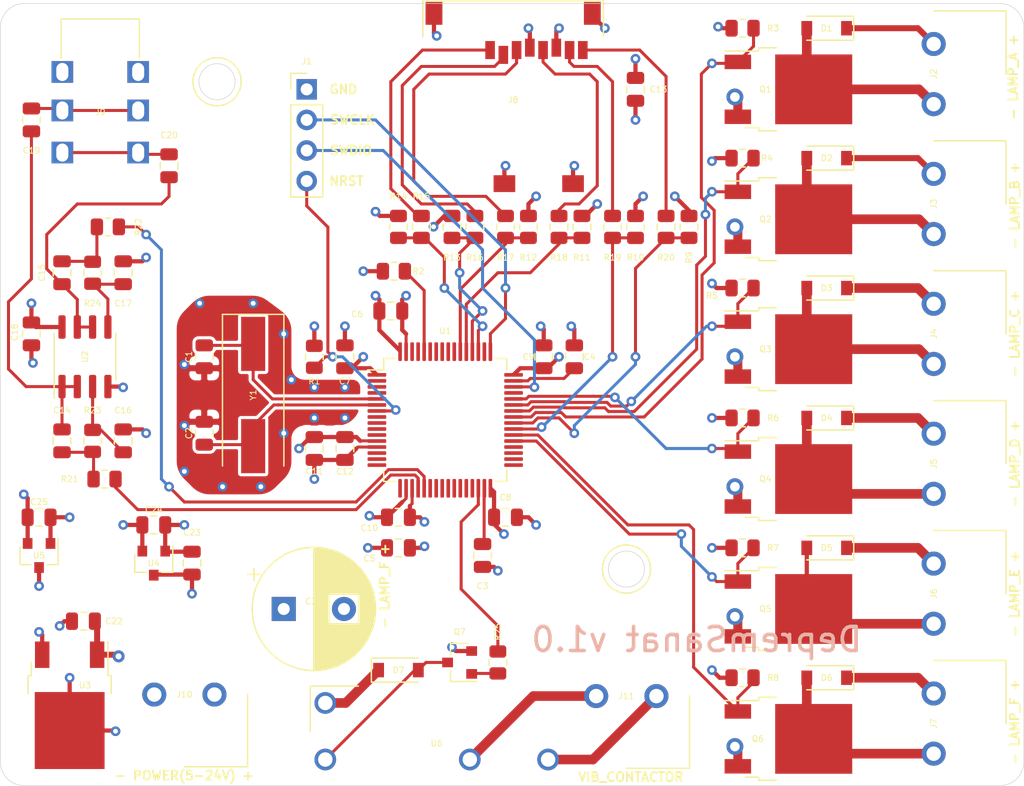
<source format=kicad_pcb>
(kicad_pcb (version 20171130) (host pcbnew 5.1.10-88a1d61d58~90~ubuntu20.04.1)
  (layers (0 F.Cu signal) (1 In1.Cu power hide) (2 In2.Cu power hide) (31 B.Cu signal) (34 B.Paste user) (35 F.Paste user) (36 B.SilkS user) (37 F.SilkS user) (38 B.Mask user) (39 F.Mask user) (44 Edge.Cuts user))
  (net 0 "")
  (net 1 GND)
  (net 2 "Net-(C1-Pad1)")
  (net 3 "Net-(C2-Pad1)")
  (net 4 "Net-(C3-Pad1)")
  (net 5 "Net-(C4-Pad1)")
  (net 6 VDD)
  (net 7 VDDA)
  (net 8 "Net-(C14-Pad2)")
  (net 9 "Net-(C14-Pad1)")
  (net 10 "Net-(C15-Pad2)")
  (net 11 "Net-(C15-Pad1)")
  (net 12 "Net-(C16-Pad1)")
  (net 13 "Net-(C17-Pad1)")
  (net 14 "Net-(C19-Pad1)")
  (net 15 "Net-(C20-Pad1)")
  (net 16 +12V)
  (net 17 +5V)
  (net 18 /LampControl/LAMP_A_LSIDE)
  (net 19 /LampControl/LAMP_B_LSIDE)
  (net 20 /LampControl/LAMP_C_LSIDE)
  (net 21 /LampControl/LAMP_D_LSIDE)
  (net 22 /LampControl/LAMP_E_LSIDE)
  (net 23 /LampControl/LAMP_F_LSIDE)
  (net 24 "Net-(D7-Pad2)")
  (net 25 /MCU/NRST)
  (net 26 /MCU/SWDIO)
  (net 27 /MCU/SWCLK)
  (net 28 "Net-(J8-Pad8)")
  (net 29 "Net-(J8-Pad7)")
  (net 30 "Net-(J8-Pad5)")
  (net 31 "Net-(J8-Pad3)")
  (net 32 "Net-(J8-Pad2)")
  (net 33 "Net-(J8-Pad1)")
  (net 34 /Vibration/VIBRATION_B)
  (net 35 /Vibration/VIBRATION_A)
  (net 36 /LampControl/LAMP_A_CTRL)
  (net 37 /LampControl/LAMP_B_CTRL)
  (net 38 /LampControl/LAMP_C_CTRL)
  (net 39 /LampControl/LAMP_D_CTRL)
  (net 40 /LampControl/LAMP_E_CTRL)
  (net 41 /LampControl/LAMP_F_CTRL)
  (net 42 "Net-(Q7-Pad1)")
  (net 43 "Net-(R2-Pad1)")
  (net 44 /MCU/SD_D1)
  (net 45 /MCU/SD_D0)
  (net 46 /MCU/SD_CLK)
  (net 47 /MCU/SD_CMD)
  (net 48 /MCU/SD_D3)
  (net 49 /MCU/SD_D2)
  (net 50 /Audio/AUDIO_CH0)
  (net 51 /Audio/AUDIO_CH1)
  (net 52 /MCU/VIBRATION_CTRL)
  (net 53 "Net-(U1-Pad62)")
  (net 54 "Net-(U1-Pad61)")
  (net 55 "Net-(U1-Pad59)")
  (net 56 "Net-(U1-Pad58)")
  (net 57 "Net-(U1-Pad57)")
  (net 58 "Net-(U1-Pad56)")
  (net 59 "Net-(U1-Pad55)")
  (net 60 "Net-(U1-Pad50)")
  (net 61 "Net-(U1-Pad45)")
  (net 62 "Net-(U1-Pad36)")
  (net 63 "Net-(U1-Pad35)")
  (net 64 "Net-(U1-Pad34)")
  (net 65 "Net-(U1-Pad33)")
  (net 66 "Net-(U1-Pad29)")
  (net 67 "Net-(U1-Pad28)")
  (net 68 "Net-(U1-Pad27)")
  (net 69 "Net-(U1-Pad26)")
  (net 70 "Net-(U1-Pad25)")
  (net 71 "Net-(U1-Pad24)")
  (net 72 "Net-(U1-Pad23)")
  (net 73 "Net-(U1-Pad22)")
  (net 74 "Net-(U1-Pad17)")
  (net 75 "Net-(U1-Pad16)")
  (net 76 "Net-(U1-Pad15)")
  (net 77 "Net-(U1-Pad14)")
  (net 78 "Net-(U1-Pad11)")
  (net 79 "Net-(U1-Pad10)")
  (net 80 "Net-(U1-Pad9)")
  (net 81 "Net-(U1-Pad8)")
  (net 82 "Net-(U1-Pad4)")
  (net 83 "Net-(U1-Pad3)")
  (net 84 "Net-(U1-Pad2)")
  (module oe_ds:Wurth_693071010811 (layer F.Cu) (at 148.59 64.77 180)
    (fp_text reference J8 (at 0 -0.25) (layer F.SilkS) (effects (font (size 0.5 0.5) (thickness 0.075))))
    (fp_text value Wurth_693071010811)
    (pad 9 smd rect (at 0.725 -7.2 180) (size 1.8 1.4) (layers F.Cu F.Paste F.Mask) (net 1 GND))
    (pad 9 smd rect (at -4.975 -7.2 180) (size 1.8 1.4) (layers F.Cu F.Paste F.Mask) (net 1 GND))
    (pad 9 smd rect (at 6.575 6.95 180) (size 1.4 1.9) (layers F.Cu F.Paste F.Mask) (net 1 GND))
    (pad 9 smd rect (at -6.575 6.95 180) (size 1.4 1.9) (layers F.Cu F.Paste F.Mask) (net 1 GND))
    (pad 8 smd rect (at -5.785 3.9 180) (size 0.8 1.5) (layers F.Cu F.Paste F.Mask) (net 28 "Net-(J8-Pad8)"))
    (pad 7 smd rect (at -4.685 3.9 180) (size 0.8 1.5) (layers F.Cu F.Paste F.Mask) (net 29 "Net-(J8-Pad7)"))
    (pad 6 smd rect (at -3.585 4.1 180) (size 0.8 1.5) (layers F.Cu F.Paste F.Mask) (net 1 GND))
    (pad 5 smd rect (at -2.485 3.9 180) (size 0.8 1.5) (layers F.Cu F.Paste F.Mask) (net 30 "Net-(J8-Pad5)"))
    (pad 4 smd rect (at -1.385 4.1 180) (size 0.8 1.5) (layers F.Cu F.Paste F.Mask) (net 6 VDD))
    (pad 3 smd rect (at -0.285 3.9 180) (size 0.8 1.5) (layers F.Cu F.Paste F.Mask) (net 31 "Net-(J8-Pad3)"))
    (pad 2 smd rect (at 0.815 3.5 180) (size 0.8 1.5) (layers F.Cu F.Paste F.Mask) (net 32 "Net-(J8-Pad2)"))
    (pad 1 smd rect (at 1.915 3.9 180) (size 0.8 1.5) (layers F.Cu F.Paste F.Mask) (net 33 "Net-(J8-Pad1)"))
  )
  (module Crystal:Crystal_SMD_HC49-SD (layer F.Cu) (at 127 89.535 270)
    (fp_text reference Y1 (at 0 0 90) (layer F.SilkS) (effects (font (size 0.5 0.5) (thickness 0.075))))
    (fp_text value 8MHz)
    (pad 2 smd rect (at 4.25 0 270) (size 4.5 2) (layers F.Cu F.Paste F.Mask) (net 3 "Net-(C2-Pad1)"))
    (pad 1 smd rect (at -4.25 0 270) (size 4.5 2) (layers F.Cu F.Paste F.Mask) (net 2 "Net-(C1-Pad1)"))
  )
  (module oe_ds:ALDP112W (layer F.Cu) (at 142.24 117.475)
    (fp_text reference U6 (at 0 1) (layer F.SilkS) (effects (font (size 0.5 0.5) (thickness 0.075))))
    (fp_text value ALDP112W)
    (pad 4 thru_hole circle (at -9.25 2.35) (size 1.8 1.8) (drill 1.2) (layers *.Cu *.Mask) (net 24 "Net-(D7-Pad2)"))
    (pad 2 thru_hole circle (at 9.25 2.35) (size 1.8 1.8) (drill 1.2) (layers *.Cu *.Mask) (net 35 /Vibration/VIBRATION_A))
    (pad 3 thru_hole circle (at 2.75 2.35) (size 1.8 1.8) (drill 1.2) (layers *.Cu *.Mask) (net 34 /Vibration/VIBRATION_B))
    (pad 1 thru_hole circle (at -9.25 -2.35) (size 1.8 1.8) (drill 1.2) (layers *.Cu *.Mask) (net 16 +12V))
  )
  (module Package_TO_SOT_SMD:SOT-23 (layer F.Cu) (at 109.22 102.87 270)
    (fp_text reference U5 (at 0 0 180) (layer F.SilkS) (effects (font (size 0.5 0.5) (thickness 0.075))))
    (fp_text value AP2210)
    (pad 3 smd rect (at 1 0 270) (size 0.9 0.8) (layers F.Cu F.Paste F.Mask) (net 17 +5V))
    (pad 2 smd rect (at -1 0.95 270) (size 0.9 0.8) (layers F.Cu F.Paste F.Mask) (net 7 VDDA))
    (pad 1 smd rect (at -1 -0.95 270) (size 0.9 0.8) (layers F.Cu F.Paste F.Mask) (net 1 GND))
  )
  (module Package_TO_SOT_SMD:SOT-23 (layer F.Cu) (at 118.745 103.505 270)
    (fp_text reference U4 (at 0 0 180) (layer F.SilkS) (effects (font (size 0.5 0.5) (thickness 0.075))))
    (fp_text value AP2210)
    (pad 3 smd rect (at 1 0 270) (size 0.9 0.8) (layers F.Cu F.Paste F.Mask) (net 17 +5V))
    (pad 2 smd rect (at -1 0.95 270) (size 0.9 0.8) (layers F.Cu F.Paste F.Mask) (net 6 VDD))
    (pad 1 smd rect (at -1 -0.95 270) (size 0.9 0.8) (layers F.Cu F.Paste F.Mask) (net 1 GND))
  )
  (module Package_TO_SOT_SMD:TO-252-2 (layer F.Cu) (at 111.76 115.316 270)
    (fp_text reference U3 (at -1.651 -1.27 180) (layer F.SilkS) (effects (font (size 0.5 0.5) (thickness 0.075))))
    (fp_text value MC78M05_TO252)
    (pad 2 smd rect (at 2.1 0 270) (size 6.4 5.8) (layers F.Cu F.Mask) (net 1 GND))
    (pad 3 smd rect (at -4.2 2.28 270) (size 2.2 1.2) (layers F.Cu F.Paste F.Mask) (net 17 +5V))
    (pad 1 smd rect (at -4.2 -2.28 270) (size 2.2 1.2) (layers F.Cu F.Paste F.Mask) (net 16 +12V))
  )
  (module Package_SO:SOIC-8_3.9x4.9mm_P1.27mm (layer F.Cu) (at 113.03 86.36 90)
    (fp_text reference U2 (at 0 0 90) (layer F.SilkS) (effects (font (size 0.5 0.5) (thickness 0.075))))
    (fp_text value AD8602)
    (pad 8 smd roundrect (at 2.475 -1.905 90) (size 1.95 0.6) (layers F.Cu F.Paste F.Mask) (net 7 VDDA))
    (pad 7 smd roundrect (at 2.475 -0.635 90) (size 1.95 0.6) (layers F.Cu F.Paste F.Mask) (net 11 "Net-(C15-Pad1)"))
    (pad 6 smd roundrect (at 2.475 0.635 90) (size 1.95 0.6) (layers F.Cu F.Paste F.Mask) (net 11 "Net-(C15-Pad1)"))
    (pad 5 smd roundrect (at 2.475 1.905 90) (size 1.95 0.6) (layers F.Cu F.Paste F.Mask) (net 13 "Net-(C17-Pad1)"))
    (pad 4 smd roundrect (at -2.475 1.905 90) (size 1.95 0.6) (layers F.Cu F.Paste F.Mask) (net 1 GND))
    (pad 3 smd roundrect (at -2.475 0.635 90) (size 1.95 0.6) (layers F.Cu F.Paste F.Mask) (net 12 "Net-(C16-Pad1)"))
    (pad 2 smd roundrect (at -2.475 -0.635 90) (size 1.95 0.6) (layers F.Cu F.Paste F.Mask) (net 9 "Net-(C14-Pad1)"))
    (pad 1 smd roundrect (at -2.475 -1.905 90) (size 1.95 0.6) (layers F.Cu F.Paste F.Mask) (net 9 "Net-(C14-Pad1)"))
  )
  (module Package_QFP:LQFP-64_10x10mm_P0.5mm (layer F.Cu) (at 142.95 91.61)
    (fp_text reference U1 (at 0 -7.4) (layer F.SilkS) (effects (font (size 0.5 0.5) (thickness 0.075))))
    (fp_text value STM32F405RGTx)
    (pad 64 smd roundrect (at -3.75 -5.675) (size 0.3 1.55) (layers F.Cu F.Paste F.Mask) (net 6 VDD))
    (pad 63 smd roundrect (at -3.25 -5.675) (size 0.3 1.55) (layers F.Cu F.Paste F.Mask) (net 1 GND))
    (pad 62 smd roundrect (at -2.75 -5.675) (size 0.3 1.55) (layers F.Cu F.Paste F.Mask) (net 53 "Net-(U1-Pad62)"))
    (pad 61 smd roundrect (at -2.25 -5.675) (size 0.3 1.55) (layers F.Cu F.Paste F.Mask) (net 54 "Net-(U1-Pad61)"))
    (pad 60 smd roundrect (at -1.75 -5.675) (size 0.3 1.55) (layers F.Cu F.Paste F.Mask) (net 43 "Net-(R2-Pad1)"))
    (pad 59 smd roundrect (at -1.25 -5.675) (size 0.3 1.55) (layers F.Cu F.Paste F.Mask) (net 55 "Net-(U1-Pad59)"))
    (pad 58 smd roundrect (at -0.75 -5.675) (size 0.3 1.55) (layers F.Cu F.Paste F.Mask) (net 56 "Net-(U1-Pad58)"))
    (pad 57 smd roundrect (at -0.25 -5.675) (size 0.3 1.55) (layers F.Cu F.Paste F.Mask) (net 57 "Net-(U1-Pad57)"))
    (pad 56 smd roundrect (at 0.25 -5.675) (size 0.3 1.55) (layers F.Cu F.Paste F.Mask) (net 58 "Net-(U1-Pad56)"))
    (pad 55 smd roundrect (at 0.75 -5.675) (size 0.3 1.55) (layers F.Cu F.Paste F.Mask) (net 59 "Net-(U1-Pad55)"))
    (pad 54 smd roundrect (at 1.25 -5.675) (size 0.3 1.55) (layers F.Cu F.Paste F.Mask) (net 47 /MCU/SD_CMD))
    (pad 53 smd roundrect (at 1.75 -5.675) (size 0.3 1.55) (layers F.Cu F.Paste F.Mask) (net 46 /MCU/SD_CLK))
    (pad 52 smd roundrect (at 2.25 -5.675) (size 0.3 1.55) (layers F.Cu F.Paste F.Mask) (net 48 /MCU/SD_D3))
    (pad 51 smd roundrect (at 2.75 -5.675) (size 0.3 1.55) (layers F.Cu F.Paste F.Mask) (net 49 /MCU/SD_D2))
    (pad 50 smd roundrect (at 3.25 -5.675) (size 0.3 1.55) (layers F.Cu F.Paste F.Mask) (net 60 "Net-(U1-Pad50)"))
    (pad 49 smd roundrect (at 3.75 -5.675) (size 0.3 1.55) (layers F.Cu F.Paste F.Mask) (net 27 /MCU/SWCLK))
    (pad 48 smd roundrect (at 5.675 -3.75) (size 1.55 0.3) (layers F.Cu F.Paste F.Mask) (net 6 VDD))
    (pad 47 smd roundrect (at 5.675 -3.25) (size 1.55 0.3) (layers F.Cu F.Paste F.Mask) (net 5 "Net-(C4-Pad1)"))
    (pad 46 smd roundrect (at 5.675 -2.75) (size 1.55 0.3) (layers F.Cu F.Paste F.Mask) (net 26 /MCU/SWDIO))
    (pad 45 smd roundrect (at 5.675 -2.25) (size 1.55 0.3) (layers F.Cu F.Paste F.Mask) (net 61 "Net-(U1-Pad45)"))
    (pad 44 smd roundrect (at 5.675 -1.75) (size 1.55 0.3) (layers F.Cu F.Paste F.Mask) (net 39 /LampControl/LAMP_D_CTRL))
    (pad 43 smd roundrect (at 5.675 -1.25) (size 1.55 0.3) (layers F.Cu F.Paste F.Mask) (net 38 /LampControl/LAMP_C_CTRL))
    (pad 42 smd roundrect (at 5.675 -0.75) (size 1.55 0.3) (layers F.Cu F.Paste F.Mask) (net 37 /LampControl/LAMP_B_CTRL))
    (pad 41 smd roundrect (at 5.675 -0.25) (size 1.55 0.3) (layers F.Cu F.Paste F.Mask) (net 36 /LampControl/LAMP_A_CTRL))
    (pad 40 smd roundrect (at 5.675 0.25) (size 1.55 0.3) (layers F.Cu F.Paste F.Mask) (net 44 /MCU/SD_D1))
    (pad 39 smd roundrect (at 5.675 0.75) (size 1.55 0.3) (layers F.Cu F.Paste F.Mask) (net 45 /MCU/SD_D0))
    (pad 38 smd roundrect (at 5.675 1.25) (size 1.55 0.3) (layers F.Cu F.Paste F.Mask) (net 41 /LampControl/LAMP_F_CTRL))
    (pad 37 smd roundrect (at 5.675 1.75) (size 1.55 0.3) (layers F.Cu F.Paste F.Mask) (net 40 /LampControl/LAMP_E_CTRL))
    (pad 36 smd roundrect (at 5.675 2.25) (size 1.55 0.3) (layers F.Cu F.Paste F.Mask) (net 62 "Net-(U1-Pad36)"))
    (pad 35 smd roundrect (at 5.675 2.75) (size 1.55 0.3) (layers F.Cu F.Paste F.Mask) (net 63 "Net-(U1-Pad35)"))
    (pad 34 smd roundrect (at 5.675 3.25) (size 1.55 0.3) (layers F.Cu F.Paste F.Mask) (net 64 "Net-(U1-Pad34)"))
    (pad 33 smd roundrect (at 5.675 3.75) (size 1.55 0.3) (layers F.Cu F.Paste F.Mask) (net 65 "Net-(U1-Pad33)"))
    (pad 32 smd roundrect (at 3.75 5.675) (size 0.3 1.55) (layers F.Cu F.Paste F.Mask) (net 6 VDD))
    (pad 31 smd roundrect (at 3.25 5.675) (size 0.3 1.55) (layers F.Cu F.Paste F.Mask) (net 4 "Net-(C3-Pad1)"))
    (pad 30 smd roundrect (at 2.75 5.675) (size 0.3 1.55) (layers F.Cu F.Paste F.Mask) (net 52 /MCU/VIBRATION_CTRL))
    (pad 29 smd roundrect (at 2.25 5.675) (size 0.3 1.55) (layers F.Cu F.Paste F.Mask) (net 66 "Net-(U1-Pad29)"))
    (pad 28 smd roundrect (at 1.75 5.675) (size 0.3 1.55) (layers F.Cu F.Paste F.Mask) (net 67 "Net-(U1-Pad28)"))
    (pad 27 smd roundrect (at 1.25 5.675) (size 0.3 1.55) (layers F.Cu F.Paste F.Mask) (net 68 "Net-(U1-Pad27)"))
    (pad 26 smd roundrect (at 0.75 5.675) (size 0.3 1.55) (layers F.Cu F.Paste F.Mask) (net 69 "Net-(U1-Pad26)"))
    (pad 25 smd roundrect (at 0.25 5.675) (size 0.3 1.55) (layers F.Cu F.Paste F.Mask) (net 70 "Net-(U1-Pad25)"))
    (pad 24 smd roundrect (at -0.25 5.675) (size 0.3 1.55) (layers F.Cu F.Paste F.Mask) (net 71 "Net-(U1-Pad24)"))
    (pad 23 smd roundrect (at -0.75 5.675) (size 0.3 1.55) (layers F.Cu F.Paste F.Mask) (net 72 "Net-(U1-Pad23)"))
    (pad 22 smd roundrect (at -1.25 5.675) (size 0.3 1.55) (layers F.Cu F.Paste F.Mask) (net 73 "Net-(U1-Pad22)"))
    (pad 21 smd roundrect (at -1.75 5.675) (size 0.3 1.55) (layers F.Cu F.Paste F.Mask) (net 51 /Audio/AUDIO_CH1))
    (pad 20 smd roundrect (at -2.25 5.675) (size 0.3 1.55) (layers F.Cu F.Paste F.Mask) (net 50 /Audio/AUDIO_CH0))
    (pad 19 smd roundrect (at -2.75 5.675) (size 0.3 1.55) (layers F.Cu F.Paste F.Mask) (net 6 VDD))
    (pad 18 smd roundrect (at -3.25 5.675) (size 0.3 1.55) (layers F.Cu F.Paste F.Mask) (net 1 GND))
    (pad 17 smd roundrect (at -3.75 5.675) (size 0.3 1.55) (layers F.Cu F.Paste F.Mask) (net 74 "Net-(U1-Pad17)"))
    (pad 16 smd roundrect (at -5.675 3.75) (size 1.55 0.3) (layers F.Cu F.Paste F.Mask) (net 75 "Net-(U1-Pad16)"))
    (pad 15 smd roundrect (at -5.675 3.25) (size 1.55 0.3) (layers F.Cu F.Paste F.Mask) (net 76 "Net-(U1-Pad15)"))
    (pad 14 smd roundrect (at -5.675 2.75) (size 1.55 0.3) (layers F.Cu F.Paste F.Mask) (net 77 "Net-(U1-Pad14)"))
    (pad 13 smd roundrect (at -5.675 2.25) (size 1.55 0.3) (layers F.Cu F.Paste F.Mask) (net 7 VDDA))
    (pad 12 smd roundrect (at -5.675 1.75) (size 1.55 0.3) (layers F.Cu F.Paste F.Mask) (net 1 GND))
    (pad 11 smd roundrect (at -5.675 1.25) (size 1.55 0.3) (layers F.Cu F.Paste F.Mask) (net 78 "Net-(U1-Pad11)"))
    (pad 10 smd roundrect (at -5.675 0.75) (size 1.55 0.3) (layers F.Cu F.Paste F.Mask) (net 79 "Net-(U1-Pad10)"))
    (pad 9 smd roundrect (at -5.675 0.25) (size 1.55 0.3) (layers F.Cu F.Paste F.Mask) (net 80 "Net-(U1-Pad9)"))
    (pad 8 smd roundrect (at -5.675 -0.25) (size 1.55 0.3) (layers F.Cu F.Paste F.Mask) (net 81 "Net-(U1-Pad8)"))
    (pad 7 smd roundrect (at -5.675 -0.75) (size 1.55 0.3) (layers F.Cu F.Paste F.Mask) (net 25 /MCU/NRST))
    (pad 6 smd roundrect (at -5.675 -1.25) (size 1.55 0.3) (layers F.Cu F.Paste F.Mask) (net 3 "Net-(C2-Pad1)"))
    (pad 5 smd roundrect (at -5.675 -1.75) (size 1.55 0.3) (layers F.Cu F.Paste F.Mask) (net 2 "Net-(C1-Pad1)"))
    (pad 4 smd roundrect (at -5.675 -2.25) (size 1.55 0.3) (layers F.Cu F.Paste F.Mask) (net 82 "Net-(U1-Pad4)"))
    (pad 3 smd roundrect (at -5.675 -2.75) (size 1.55 0.3) (layers F.Cu F.Paste F.Mask) (net 83 "Net-(U1-Pad3)"))
    (pad 2 smd roundrect (at -5.675 -3.25) (size 1.55 0.3) (layers F.Cu F.Paste F.Mask) (net 84 "Net-(U1-Pad2)"))
    (pad 1 smd roundrect (at -5.675 -3.75) (size 1.55 0.3) (layers F.Cu F.Paste F.Mask) (net 6 VDD))
  )
  (module Resistor_SMD:R_0805_2012Metric (layer F.Cu) (at 147.32 111.76 90)
    (fp_text reference R25 (at 2.54 0 90) (layer F.SilkS) (effects (font (size 0.5 0.5) (thickness 0.075))))
    (fp_text value 1k)
    (pad 2 smd roundrect (at 0.9125 0 90) (size 1.025 1.4) (layers F.Cu F.Paste F.Mask) (roundrect_rratio 0.2439004878048781) (net 52 /MCU/VIBRATION_CTRL))
    (pad 1 smd roundrect (at -0.9125 0 90) (size 1.025 1.4) (layers F.Cu F.Paste F.Mask) (roundrect_rratio 0.2439004878048781) (net 42 "Net-(Q7-Pad1)"))
  )
  (module Resistor_SMD:R_0805_2012Metric (layer F.Cu) (at 113.665 79.375 90)
    (fp_text reference R24 (at -2.54 0 180) (layer F.SilkS) (effects (font (size 0.5 0.5) (thickness 0.075))))
    (fp_text value 13k)
    (pad 2 smd roundrect (at 0.9125 0 90) (size 1.025 1.4) (layers F.Cu F.Paste F.Mask) (roundrect_rratio 0.2439004878048781) (net 10 "Net-(C15-Pad2)"))
    (pad 1 smd roundrect (at -0.9125 0 90) (size 1.025 1.4) (layers F.Cu F.Paste F.Mask) (roundrect_rratio 0.2439004878048781) (net 13 "Net-(C17-Pad1)"))
  )
  (module Resistor_SMD:R_0805_2012Metric (layer F.Cu) (at 113.665 93.345 270)
    (fp_text reference R23 (at -2.54 0 180) (layer F.SilkS) (effects (font (size 0.5 0.5) (thickness 0.075))))
    (fp_text value 13k)
    (pad 2 smd roundrect (at 0.9125 0 270) (size 1.025 1.4) (layers F.Cu F.Paste F.Mask) (roundrect_rratio 0.2439004878048781) (net 8 "Net-(C14-Pad2)"))
    (pad 1 smd roundrect (at -0.9125 0 270) (size 1.025 1.4) (layers F.Cu F.Paste F.Mask) (roundrect_rratio 0.2439004878048781) (net 12 "Net-(C16-Pad1)"))
  )
  (module Resistor_SMD:R_0805_2012Metric (layer F.Cu) (at 114.935 75.565)
    (fp_text reference R22 (at 2.54 0 270) (layer F.SilkS) (effects (font (size 0.5 0.5) (thickness 0.075))))
    (fp_text value 10k)
    (pad 2 smd roundrect (at 0.9125 0) (size 1.025 1.4) (layers F.Cu F.Paste F.Mask) (roundrect_rratio 0.2439004878048781) (net 51 /Audio/AUDIO_CH1))
    (pad 1 smd roundrect (at -0.9125 0) (size 1.025 1.4) (layers F.Cu F.Paste F.Mask) (roundrect_rratio 0.2439004878048781) (net 10 "Net-(C15-Pad2)"))
  )
  (module Resistor_SMD:R_0805_2012Metric (layer F.Cu) (at 114.6575 96.52)
    (fp_text reference R21 (at -2.8975 0) (layer F.SilkS) (effects (font (size 0.5 0.5) (thickness 0.075))))
    (fp_text value 10k)
    (pad 2 smd roundrect (at 0.9125 0) (size 1.025 1.4) (layers F.Cu F.Paste F.Mask) (roundrect_rratio 0.2439004878048781) (net 50 /Audio/AUDIO_CH0))
    (pad 1 smd roundrect (at -0.9125 0) (size 1.025 1.4) (layers F.Cu F.Paste F.Mask) (roundrect_rratio 0.2439004878048781) (net 8 "Net-(C14-Pad2)"))
  )
  (module Resistor_SMD:R_0805_2012Metric (layer F.Cu) (at 161.29 75.565 270)
    (fp_text reference R20 (at 2.54 0) (layer F.SilkS) (effects (font (size 0.5 0.5) (thickness 0.075))))
    (fp_text value 27R)
    (pad 2 smd roundrect (at 0.9125 0 270) (size 1.025 1.4) (layers F.Cu F.Paste F.Mask) (roundrect_rratio 0.2439004878048781) (net 44 /MCU/SD_D1))
    (pad 1 smd roundrect (at -0.9125 0 270) (size 1.025 1.4) (layers F.Cu F.Paste F.Mask) (roundrect_rratio 0.2439004878048781) (net 28 "Net-(J8-Pad8)"))
  )
  (module Resistor_SMD:R_0805_2012Metric (layer F.Cu) (at 156.845 75.565 270)
    (fp_text reference R19 (at 2.54 0 180) (layer F.SilkS) (effects (font (size 0.5 0.5) (thickness 0.075))))
    (fp_text value 27R)
    (pad 2 smd roundrect (at 0.9125 0 270) (size 1.025 1.4) (layers F.Cu F.Paste F.Mask) (roundrect_rratio 0.2439004878048781) (net 45 /MCU/SD_D0))
    (pad 1 smd roundrect (at -0.9125 0 270) (size 1.025 1.4) (layers F.Cu F.Paste F.Mask) (roundrect_rratio 0.2439004878048781) (net 29 "Net-(J8-Pad7)"))
  )
  (module Resistor_SMD:R_0805_2012Metric (layer F.Cu) (at 152.4 75.565 270)
    (fp_text reference R18 (at 2.54 0 180) (layer F.SilkS) (effects (font (size 0.5 0.5) (thickness 0.075))))
    (fp_text value 27R)
    (pad 2 smd roundrect (at 0.9125 0 270) (size 1.025 1.4) (layers F.Cu F.Paste F.Mask) (roundrect_rratio 0.2439004878048781) (net 46 /MCU/SD_CLK))
    (pad 1 smd roundrect (at -0.9125 0 270) (size 1.025 1.4) (layers F.Cu F.Paste F.Mask) (roundrect_rratio 0.2439004878048781) (net 30 "Net-(J8-Pad5)"))
  )
  (module Resistor_SMD:R_0805_2012Metric (layer F.Cu) (at 147.955 75.565 270)
    (fp_text reference R17 (at 2.54 0 180) (layer F.SilkS) (effects (font (size 0.5 0.5) (thickness 0.075))))
    (fp_text value 27R)
    (pad 2 smd roundrect (at 0.9125 0 270) (size 1.025 1.4) (layers F.Cu F.Paste F.Mask) (roundrect_rratio 0.2439004878048781) (net 47 /MCU/SD_CMD))
    (pad 1 smd roundrect (at -0.9125 0 270) (size 1.025 1.4) (layers F.Cu F.Paste F.Mask) (roundrect_rratio 0.2439004878048781) (net 31 "Net-(J8-Pad3)"))
  )
  (module Resistor_SMD:R_0805_2012Metric (layer F.Cu) (at 145.415 75.565 270)
    (fp_text reference R16 (at 2.54 0 180) (layer F.SilkS) (effects (font (size 0.5 0.5) (thickness 0.075))))
    (fp_text value 27R)
    (pad 2 smd roundrect (at 0.9125 0 270) (size 1.025 1.4) (layers F.Cu F.Paste F.Mask) (roundrect_rratio 0.2439004878048781) (net 48 /MCU/SD_D3))
    (pad 1 smd roundrect (at -0.9125 0 270) (size 1.025 1.4) (layers F.Cu F.Paste F.Mask) (roundrect_rratio 0.2439004878048781) (net 32 "Net-(J8-Pad2)"))
  )
  (module Resistor_SMD:R_0805_2012Metric (layer F.Cu) (at 140.97 75.565 270)
    (fp_text reference R15 (at -2.54 0 180) (layer F.SilkS) (effects (font (size 0.5 0.5) (thickness 0.075))))
    (fp_text value 27R)
    (pad 2 smd roundrect (at 0.9125 0 270) (size 1.025 1.4) (layers F.Cu F.Paste F.Mask) (roundrect_rratio 0.2439004878048781) (net 49 /MCU/SD_D2))
    (pad 1 smd roundrect (at -0.9125 0 270) (size 1.025 1.4) (layers F.Cu F.Paste F.Mask) (roundrect_rratio 0.2439004878048781) (net 33 "Net-(J8-Pad1)"))
  )
  (module Resistor_SMD:R_0805_2012Metric (layer F.Cu) (at 139.065 75.565 90)
    (fp_text reference R14 (at 2.54 0 180) (layer F.SilkS) (effects (font (size 0.5 0.5) (thickness 0.075))))
    (fp_text value 10k)
    (pad 2 smd roundrect (at 0.9125 0 90) (size 1.025 1.4) (layers F.Cu F.Paste F.Mask) (roundrect_rratio 0.2439004878048781) (net 6 VDD))
    (pad 1 smd roundrect (at -0.9125 0 90) (size 1.025 1.4) (layers F.Cu F.Paste F.Mask) (roundrect_rratio 0.2439004878048781) (net 49 /MCU/SD_D2))
  )
  (module Resistor_SMD:R_0805_2012Metric (layer F.Cu) (at 143.51 75.565 90)
    (fp_text reference R13 (at -2.54 0 180) (layer F.SilkS) (effects (font (size 0.5 0.5) (thickness 0.075))))
    (fp_text value 10k)
    (pad 2 smd roundrect (at 0.9125 0 90) (size 1.025 1.4) (layers F.Cu F.Paste F.Mask) (roundrect_rratio 0.2439004878048781) (net 6 VDD))
    (pad 1 smd roundrect (at -0.9125 0 90) (size 1.025 1.4) (layers F.Cu F.Paste F.Mask) (roundrect_rratio 0.2439004878048781) (net 48 /MCU/SD_D3))
  )
  (module Resistor_SMD:R_0805_2012Metric (layer F.Cu) (at 149.86 75.565 90)
    (fp_text reference R12 (at -2.54 0 180) (layer F.SilkS) (effects (font (size 0.5 0.5) (thickness 0.075))))
    (fp_text value 10k)
    (pad 2 smd roundrect (at 0.9125 0 90) (size 1.025 1.4) (layers F.Cu F.Paste F.Mask) (roundrect_rratio 0.2439004878048781) (net 6 VDD))
    (pad 1 smd roundrect (at -0.9125 0 90) (size 1.025 1.4) (layers F.Cu F.Paste F.Mask) (roundrect_rratio 0.2439004878048781) (net 47 /MCU/SD_CMD))
  )
  (module Resistor_SMD:R_0805_2012Metric (layer F.Cu) (at 154.305 75.565 90)
    (fp_text reference R11 (at -2.54 0 180) (layer F.SilkS) (effects (font (size 0.5 0.5) (thickness 0.075))))
    (fp_text value 10k)
    (pad 2 smd roundrect (at 0.9125 0 90) (size 1.025 1.4) (layers F.Cu F.Paste F.Mask) (roundrect_rratio 0.2439004878048781) (net 6 VDD))
    (pad 1 smd roundrect (at -0.9125 0 90) (size 1.025 1.4) (layers F.Cu F.Paste F.Mask) (roundrect_rratio 0.2439004878048781) (net 46 /MCU/SD_CLK))
  )
  (module Resistor_SMD:R_0805_2012Metric (layer F.Cu) (at 158.75 75.565 90)
    (fp_text reference R10 (at -2.54 0 180) (layer F.SilkS) (effects (font (size 0.5 0.5) (thickness 0.075))))
    (fp_text value 10k)
    (pad 2 smd roundrect (at 0.9125 0 90) (size 1.025 1.4) (layers F.Cu F.Paste F.Mask) (roundrect_rratio 0.2439004878048781) (net 6 VDD))
    (pad 1 smd roundrect (at -0.9125 0 90) (size 1.025 1.4) (layers F.Cu F.Paste F.Mask) (roundrect_rratio 0.2439004878048781) (net 45 /MCU/SD_D0))
  )
  (module Resistor_SMD:R_0805_2012Metric (layer F.Cu) (at 163.195 75.565 90)
    (fp_text reference R9 (at -2.54 0 90) (layer F.SilkS) (effects (font (size 0.5 0.5) (thickness 0.075))))
    (fp_text value 10k)
    (pad 2 smd roundrect (at 0.9125 0 90) (size 1.025 1.4) (layers F.Cu F.Paste F.Mask) (roundrect_rratio 0.2439004878048781) (net 6 VDD))
    (pad 1 smd roundrect (at -0.9125 0 90) (size 1.025 1.4) (layers F.Cu F.Paste F.Mask) (roundrect_rratio 0.2439004878048781) (net 44 /MCU/SD_D1))
  )
  (module Resistor_SMD:R_0805_2012Metric (layer F.Cu) (at 167.64 113.03)
    (fp_text reference R8 (at 2.54 0) (layer F.SilkS) (effects (font (size 0.5 0.5) (thickness 0.075))))
    (fp_text value 1k)
    (pad 2 smd roundrect (at 0.9125 0) (size 1.025 1.4) (layers F.Cu F.Paste F.Mask) (roundrect_rratio 0.2439004878048781) (net 41 /LampControl/LAMP_F_CTRL))
    (pad 1 smd roundrect (at -0.9125 0) (size 1.025 1.4) (layers F.Cu F.Paste F.Mask) (roundrect_rratio 0.2439004878048781) (net 17 +5V))
  )
  (module Resistor_SMD:R_0805_2012Metric (layer F.Cu) (at 167.64 102.235)
    (fp_text reference R7 (at 2.54 0) (layer F.SilkS) (effects (font (size 0.5 0.5) (thickness 0.075))))
    (fp_text value 1k)
    (pad 2 smd roundrect (at 0.9125 0) (size 1.025 1.4) (layers F.Cu F.Paste F.Mask) (roundrect_rratio 0.2439004878048781) (net 40 /LampControl/LAMP_E_CTRL))
    (pad 1 smd roundrect (at -0.9125 0) (size 1.025 1.4) (layers F.Cu F.Paste F.Mask) (roundrect_rratio 0.2439004878048781) (net 17 +5V))
  )
  (module Resistor_SMD:R_0805_2012Metric (layer F.Cu) (at 167.64 91.44)
    (fp_text reference R6 (at 2.54 0) (layer F.SilkS) (effects (font (size 0.5 0.5) (thickness 0.075))))
    (fp_text value 1k)
    (pad 2 smd roundrect (at 0.9125 0) (size 1.025 1.4) (layers F.Cu F.Paste F.Mask) (roundrect_rratio 0.2439004878048781) (net 39 /LampControl/LAMP_D_CTRL))
    (pad 1 smd roundrect (at -0.9125 0) (size 1.025 1.4) (layers F.Cu F.Paste F.Mask) (roundrect_rratio 0.2439004878048781) (net 17 +5V))
  )
  (module Resistor_SMD:R_0805_2012Metric (layer F.Cu) (at 167.64 80.645)
    (fp_text reference R5 (at -2.54 0.635) (layer F.SilkS) (effects (font (size 0.5 0.5) (thickness 0.075))))
    (fp_text value 1k)
    (pad 2 smd roundrect (at 0.9125 0) (size 1.025 1.4) (layers F.Cu F.Paste F.Mask) (roundrect_rratio 0.2439004878048781) (net 38 /LampControl/LAMP_C_CTRL))
    (pad 1 smd roundrect (at -0.9125 0) (size 1.025 1.4) (layers F.Cu F.Paste F.Mask) (roundrect_rratio 0.2439004878048781) (net 17 +5V))
  )
  (module Resistor_SMD:R_0805_2012Metric (layer F.Cu) (at 167.64 69.85)
    (fp_text reference R4 (at 2.032 0) (layer F.SilkS) (effects (font (size 0.5 0.5) (thickness 0.075))))
    (fp_text value 1k)
    (pad 2 smd roundrect (at 0.9125 0) (size 1.025 1.4) (layers F.Cu F.Paste F.Mask) (roundrect_rratio 0.2439004878048781) (net 37 /LampControl/LAMP_B_CTRL))
    (pad 1 smd roundrect (at -0.9125 0) (size 1.025 1.4) (layers F.Cu F.Paste F.Mask) (roundrect_rratio 0.2439004878048781) (net 17 +5V))
  )
  (module Resistor_SMD:R_0805_2012Metric (layer F.Cu) (at 167.64 59.055)
    (fp_text reference R3 (at 2.54 0) (layer F.SilkS) (effects (font (size 0.5 0.5) (thickness 0.075))))
    (fp_text value 1k)
    (pad 2 smd roundrect (at 0.9125 0) (size 1.025 1.4) (layers F.Cu F.Paste F.Mask) (roundrect_rratio 0.2439004878048781) (net 36 /LampControl/LAMP_A_CTRL))
    (pad 1 smd roundrect (at -0.9125 0) (size 1.025 1.4) (layers F.Cu F.Paste F.Mask) (roundrect_rratio 0.2439004878048781) (net 17 +5V))
  )
  (module Resistor_SMD:R_0805_2012Metric (layer F.Cu) (at 138.684 79.248 180)
    (fp_text reference R2 (at -2.032 0) (layer F.SilkS) (effects (font (size 0.5 0.5) (thickness 0.075))))
    (fp_text value 10k)
    (pad 2 smd roundrect (at 0.9125 0 180) (size 1.025 1.4) (layers F.Cu F.Paste F.Mask) (roundrect_rratio 0.2439004878048781) (net 1 GND))
    (pad 1 smd roundrect (at -0.9125 0 180) (size 1.025 1.4) (layers F.Cu F.Paste F.Mask) (roundrect_rratio 0.2439004878048781) (net 43 "Net-(R2-Pad1)"))
  )
  (module Resistor_SMD:R_0805_2012Metric (layer F.Cu) (at 132.08 86.36 90)
    (fp_text reference R1 (at -2.032 0 180) (layer F.SilkS) (effects (font (size 0.5 0.5) (thickness 0.075))))
    (fp_text value 10k)
    (pad 2 smd roundrect (at 0.9125 0 90) (size 1.025 1.4) (layers F.Cu F.Paste F.Mask) (roundrect_rratio 0.2439004878048781) (net 6 VDD))
    (pad 1 smd roundrect (at -0.9125 0 90) (size 1.025 1.4) (layers F.Cu F.Paste F.Mask) (roundrect_rratio 0.2439004878048781) (net 25 /MCU/NRST))
  )
  (module Package_TO_SOT_SMD:SOT-23 (layer F.Cu) (at 144.145 111.76 180)
    (fp_text reference Q7 (at 0 2.54) (layer F.SilkS) (effects (font (size 0.5 0.5) (thickness 0.075))))
    (fp_text value MMBT3904-HT)
    (pad 3 smd rect (at 1 0 180) (size 0.9 0.8) (layers F.Cu F.Paste F.Mask) (net 24 "Net-(D7-Pad2)"))
    (pad 2 smd rect (at -1 0.95 180) (size 0.9 0.8) (layers F.Cu F.Paste F.Mask) (net 1 GND))
    (pad 1 smd rect (at -1 -0.95 180) (size 0.9 0.8) (layers F.Cu F.Paste F.Mask) (net 42 "Net-(Q7-Pad1)"))
  )
  (module Package_TO_SOT_SMD:TO-252-2 (layer F.Cu) (at 171.45 118.11)
    (fp_text reference Q6 (at -2.54 0) (layer F.SilkS) (effects (font (size 0.5 0.5) (thickness 0.075))))
    (fp_text value P16B6SB-5071)
    (pad 2 smd rect (at 2.1 0) (size 6.4 5.8) (layers F.Cu F.Mask) (net 23 /LampControl/LAMP_F_LSIDE))
    (pad 3 smd rect (at -4.2 2.28) (size 2.2 1.2) (layers F.Cu F.Paste F.Mask) (net 1 GND))
    (pad 1 smd rect (at -4.2 -2.28) (size 2.2 1.2) (layers F.Cu F.Paste F.Mask) (net 41 /LampControl/LAMP_F_CTRL))
  )
  (module Package_TO_SOT_SMD:TO-252-2 (layer F.Cu) (at 171.45 107.315)
    (fp_text reference Q5 (at -1.905 0) (layer F.SilkS) (effects (font (size 0.5 0.5) (thickness 0.075))))
    (fp_text value P16B6SB-5071)
    (pad 2 smd rect (at 2.1 0) (size 6.4 5.8) (layers F.Cu F.Mask) (net 22 /LampControl/LAMP_E_LSIDE))
    (pad 3 smd rect (at -4.2 2.28) (size 2.2 1.2) (layers F.Cu F.Paste F.Mask) (net 1 GND))
    (pad 1 smd rect (at -4.2 -2.28) (size 2.2 1.2) (layers F.Cu F.Paste F.Mask) (net 40 /LampControl/LAMP_E_CTRL))
  )
  (module Package_TO_SOT_SMD:TO-252-2 (layer F.Cu) (at 171.45 96.52)
    (fp_text reference Q4 (at -1.905 0) (layer F.SilkS) (effects (font (size 0.5 0.5) (thickness 0.075))))
    (fp_text value P16B6SB-5071)
    (pad 2 smd rect (at 2.1 0) (size 6.4 5.8) (layers F.Cu F.Mask) (net 21 /LampControl/LAMP_D_LSIDE))
    (pad 3 smd rect (at -4.2 2.28) (size 2.2 1.2) (layers F.Cu F.Paste F.Mask) (net 1 GND))
    (pad 1 smd rect (at -4.2 -2.28) (size 2.2 1.2) (layers F.Cu F.Paste F.Mask) (net 39 /LampControl/LAMP_D_CTRL))
  )
  (module Package_TO_SOT_SMD:TO-252-2 (layer F.Cu) (at 171.45 85.725)
    (fp_text reference Q3 (at -1.905 0) (layer F.SilkS) (effects (font (size 0.5 0.5) (thickness 0.075))))
    (fp_text value P16B6SB-5071)
    (pad 2 smd rect (at 2.1 0) (size 6.4 5.8) (layers F.Cu F.Mask) (net 20 /LampControl/LAMP_C_LSIDE))
    (pad 3 smd rect (at -4.2 2.28) (size 2.2 1.2) (layers F.Cu F.Paste F.Mask) (net 1 GND))
    (pad 1 smd rect (at -4.2 -2.28) (size 2.2 1.2) (layers F.Cu F.Paste F.Mask) (net 38 /LampControl/LAMP_C_CTRL))
  )
  (module Package_TO_SOT_SMD:TO-252-2 (layer F.Cu) (at 171.45 74.93)
    (fp_text reference Q2 (at -1.905 0) (layer F.SilkS) (effects (font (size 0.5 0.5) (thickness 0.075))))
    (fp_text value P16B6SB-5071)
    (pad 2 smd rect (at 2.1 0) (size 6.4 5.8) (layers F.Cu F.Mask) (net 19 /LampControl/LAMP_B_LSIDE))
    (pad 3 smd rect (at -4.2 2.28) (size 2.2 1.2) (layers F.Cu F.Paste F.Mask) (net 1 GND))
    (pad 1 smd rect (at -4.2 -2.28) (size 2.2 1.2) (layers F.Cu F.Paste F.Mask) (net 37 /LampControl/LAMP_B_CTRL))
  )
  (module Package_TO_SOT_SMD:TO-252-2 (layer F.Cu) (at 171.45 64.135)
    (fp_text reference Q1 (at -1.905 0) (layer F.SilkS) (effects (font (size 0.5 0.5) (thickness 0.075))))
    (fp_text value P16B6SB-5071)
    (pad 2 smd rect (at 2.1 0) (size 6.4 5.8) (layers F.Cu F.Mask) (net 18 /LampControl/LAMP_A_LSIDE))
    (pad 3 smd rect (at -4.2 2.28) (size 2.2 1.2) (layers F.Cu F.Paste F.Mask) (net 1 GND))
    (pad 1 smd rect (at -4.2 -2.28) (size 2.2 1.2) (layers F.Cu F.Paste F.Mask) (net 36 /LampControl/LAMP_A_CTRL))
  )
  (module oe_ds:DG130-5.0-02P-14-00SH (layer F.Cu) (at 157.988 114.554 180)
    (fp_text reference J11 (at 0 0) (layer F.SilkS) (effects (font (size 0.5 0.5) (thickness 0.075))))
    (fp_text value Screw_Terminal_01x02)
    (pad 2 thru_hole circle (at 2.5 0 180) (size 2 2) (drill 1.2) (layers *.Cu *.Mask) (net 34 /Vibration/VIBRATION_B))
    (pad 1 thru_hole circle (at -2.5 0 180) (size 2 2) (drill 1.2) (layers *.Cu *.Mask) (net 35 /Vibration/VIBRATION_A))
  )
  (module oe_ds:DG130-5.0-02P-14-00SH (layer F.Cu) (at 121.285 114.427 180)
    (fp_text reference J10 (at 0 0) (layer F.SilkS) (effects (font (size 0.5 0.5) (thickness 0.075))))
    (fp_text value Screw_Terminal_01x02)
    (pad 2 thru_hole circle (at 2.5 0 180) (size 2 2) (drill 1.2) (layers *.Cu *.Mask) (net 1 GND))
    (pad 1 thru_hole circle (at -2.5 0 180) (size 2 2) (drill 1.2) (layers *.Cu *.Mask) (net 16 +12V))
  )
  (module oe_ds:L-KLS1-TSJ3.5-009C (layer F.Cu) (at 114.3 66.04 270)
    (fp_text reference J9 (at 0 0 180) (layer F.SilkS) (effects (font (size 0.5 0.5) (thickness 0.075))))
    (fp_text value "Audio jack")
    (pad 3 thru_hole rect (at 3.35 3.15 270) (size 1.8 1.8) (drill oval 1.5 1) (layers *.Cu *.Mask) (net 15 "Net-(C20-Pad1)"))
    (pad 2 thru_hole rect (at -0.15 3.15 270) (size 1.8 1.8) (drill oval 1.5 1) (layers *.Cu *.Mask) (net 14 "Net-(C19-Pad1)"))
    (pad 3 thru_hole rect (at 3.35 -3.15 270) (size 1.8 1.8) (drill oval 1.5 1) (layers *.Cu *.Mask) (net 15 "Net-(C20-Pad1)"))
    (pad 2 thru_hole rect (at -0.15 -3.15 270) (size 1.8 1.8) (drill oval 1.5 1) (layers *.Cu *.Mask) (net 14 "Net-(C19-Pad1)"))
    (pad 1 thru_hole rect (at -3.35 3.15 270) (size 1.8 1.8) (drill oval 1.5 1) (layers *.Cu *.Mask) (net 1 GND))
    (pad 1 thru_hole rect (at -3.35 -3.15 270) (size 1.8 1.8) (drill oval 1.5 1) (layers *.Cu *.Mask) (net 1 GND))
  )
  (module oe_ds:DG130-5.0-02P-14-00SH (layer F.Cu) (at 183.515 116.84 270)
    (fp_text reference J7 (at 0 0 90) (layer F.SilkS) (effects (font (size 0.5 0.5) (thickness 0.075))))
    (fp_text value Screw_Terminal_01x02)
    (pad 2 thru_hole circle (at 2.5 0 270) (size 2 2) (drill 1.2) (layers *.Cu *.Mask) (net 23 /LampControl/LAMP_F_LSIDE))
    (pad 1 thru_hole circle (at -2.5 0 270) (size 2 2) (drill 1.2) (layers *.Cu *.Mask) (net 16 +12V))
  )
  (module oe_ds:DG130-5.0-02P-14-00SH (layer F.Cu) (at 183.515 106.045 270)
    (fp_text reference J6 (at 0 0 90) (layer F.SilkS) (effects (font (size 0.5 0.5) (thickness 0.075))))
    (fp_text value Screw_Terminal_01x02)
    (pad 2 thru_hole circle (at 2.5 0 270) (size 2 2) (drill 1.2) (layers *.Cu *.Mask) (net 22 /LampControl/LAMP_E_LSIDE))
    (pad 1 thru_hole circle (at -2.5 0 270) (size 2 2) (drill 1.2) (layers *.Cu *.Mask) (net 16 +12V))
  )
  (module oe_ds:DG130-5.0-02P-14-00SH (layer F.Cu) (at 183.515 95.25 270)
    (fp_text reference J5 (at 0 0 90) (layer F.SilkS) (effects (font (size 0.5 0.5) (thickness 0.075))))
    (fp_text value Screw_Terminal_01x02)
    (pad 2 thru_hole circle (at 2.5 0 270) (size 2 2) (drill 1.2) (layers *.Cu *.Mask) (net 21 /LampControl/LAMP_D_LSIDE))
    (pad 1 thru_hole circle (at -2.5 0 270) (size 2 2) (drill 1.2) (layers *.Cu *.Mask) (net 16 +12V))
  )
  (module oe_ds:DG130-5.0-02P-14-00SH (layer F.Cu) (at 183.515 84.455 270)
    (fp_text reference J4 (at 0 0 90) (layer F.SilkS) (effects (font (size 0.5 0.5) (thickness 0.075))))
    (fp_text value Screw_Terminal_01x02)
    (pad 2 thru_hole circle (at 2.5 0 270) (size 2 2) (drill 1.2) (layers *.Cu *.Mask) (net 20 /LampControl/LAMP_C_LSIDE))
    (pad 1 thru_hole circle (at -2.5 0 270) (size 2 2) (drill 1.2) (layers *.Cu *.Mask) (net 16 +12V))
  )
  (module oe_ds:DG130-5.0-02P-14-00SH (layer F.Cu) (at 183.515 73.66 270)
    (fp_text reference J3 (at 0 0 90) (layer F.SilkS) (effects (font (size 0.5 0.5) (thickness 0.075))))
    (fp_text value Screw_Terminal_01x02)
    (pad 2 thru_hole circle (at 2.5 0 270) (size 2 2) (drill 1.2) (layers *.Cu *.Mask) (net 19 /LampControl/LAMP_B_LSIDE))
    (pad 1 thru_hole circle (at -2.5 0 270) (size 2 2) (drill 1.2) (layers *.Cu *.Mask) (net 16 +12V))
  )
  (module oe_ds:DG130-5.0-02P-14-00SH (layer F.Cu) (at 183.515 62.865 270)
    (fp_text reference J2 (at 0 0 90) (layer F.SilkS) (effects (font (size 0.5 0.5) (thickness 0.075))))
    (fp_text value Screw_Terminal_01x02)
    (pad 2 thru_hole circle (at 2.5 0 270) (size 2 2) (drill 1.2) (layers *.Cu *.Mask) (net 18 /LampControl/LAMP_A_LSIDE))
    (pad 1 thru_hole circle (at -2.5 0 270) (size 2 2) (drill 1.2) (layers *.Cu *.Mask) (net 16 +12V))
  )
  (module Connector_PinHeader_2.54mm:PinHeader_1x04_P2.54mm_Vertical (layer F.Cu) (at 131.445 64.135)
    (fp_text reference J1 (at 0 -2.33) (layer F.SilkS) (effects (font (size 0.5 0.5) (thickness 0.075))))
    (fp_text value Conn_01x04_Male)
    (pad 4 thru_hole oval (at 0 7.62) (size 1.7 1.7) (drill 1) (layers *.Cu *.Mask) (net 25 /MCU/NRST))
    (pad 3 thru_hole oval (at 0 5.08) (size 1.7 1.7) (drill 1) (layers *.Cu *.Mask) (net 26 /MCU/SWDIO))
    (pad 2 thru_hole oval (at 0 2.54) (size 1.7 1.7) (drill 1) (layers *.Cu *.Mask) (net 27 /MCU/SWCLK))
    (pad 1 thru_hole rect (at 0 0) (size 1.7 1.7) (drill 1) (layers *.Cu *.Mask) (net 1 GND))
  )
  (module Diode_SMD:D_SOD-123 (layer F.Cu) (at 139.065 112.395)
    (fp_text reference D7 (at 0 0) (layer F.SilkS) (effects (font (size 0.5 0.5) (thickness 0.075))))
    (fp_text value 1N4148W-HT)
    (pad 2 smd rect (at 1.65 0) (size 0.9 1.2) (layers F.Cu F.Paste F.Mask) (net 24 "Net-(D7-Pad2)"))
    (pad 1 smd rect (at -1.65 0) (size 0.9 1.2) (layers F.Cu F.Paste F.Mask) (net 16 +12V))
  )
  (module Diode_SMD:D_SOD-123 (layer F.Cu) (at 174.625 113.03 180)
    (fp_text reference D6 (at 0 0) (layer F.SilkS) (effects (font (size 0.5 0.5) (thickness 0.075))))
    (fp_text value 1N4148W-HT)
    (pad 2 smd rect (at 1.65 0 180) (size 0.9 1.2) (layers F.Cu F.Paste F.Mask) (net 23 /LampControl/LAMP_F_LSIDE))
    (pad 1 smd rect (at -1.65 0 180) (size 0.9 1.2) (layers F.Cu F.Paste F.Mask) (net 16 +12V))
  )
  (module Diode_SMD:D_SOD-123 (layer F.Cu) (at 174.625 102.235 180)
    (fp_text reference D5 (at 0 0) (layer F.SilkS) (effects (font (size 0.5 0.5) (thickness 0.075))))
    (fp_text value 1N4148W-HT)
    (pad 2 smd rect (at 1.65 0 180) (size 0.9 1.2) (layers F.Cu F.Paste F.Mask) (net 22 /LampControl/LAMP_E_LSIDE))
    (pad 1 smd rect (at -1.65 0 180) (size 0.9 1.2) (layers F.Cu F.Paste F.Mask) (net 16 +12V))
  )
  (module Diode_SMD:D_SOD-123 (layer F.Cu) (at 174.625 91.44 180)
    (fp_text reference D4 (at 0 0) (layer F.SilkS) (effects (font (size 0.5 0.5) (thickness 0.075))))
    (fp_text value 1N4148W-HT)
    (pad 2 smd rect (at 1.65 0 180) (size 0.9 1.2) (layers F.Cu F.Paste F.Mask) (net 21 /LampControl/LAMP_D_LSIDE))
    (pad 1 smd rect (at -1.65 0 180) (size 0.9 1.2) (layers F.Cu F.Paste F.Mask) (net 16 +12V))
  )
  (module Diode_SMD:D_SOD-123 (layer F.Cu) (at 174.625 80.645 180)
    (fp_text reference D3 (at 0 0) (layer F.SilkS) (effects (font (size 0.5 0.5) (thickness 0.075))))
    (fp_text value 1N4148W-HT)
    (pad 2 smd rect (at 1.65 0 180) (size 0.9 1.2) (layers F.Cu F.Paste F.Mask) (net 20 /LampControl/LAMP_C_LSIDE))
    (pad 1 smd rect (at -1.65 0 180) (size 0.9 1.2) (layers F.Cu F.Paste F.Mask) (net 16 +12V))
  )
  (module Diode_SMD:D_SOD-123 (layer F.Cu) (at 174.625 69.85 180)
    (fp_text reference D2 (at 0 0) (layer F.SilkS) (effects (font (size 0.5 0.5) (thickness 0.075))))
    (fp_text value 1N4148W-HT)
    (pad 2 smd rect (at 1.65 0 180) (size 0.9 1.2) (layers F.Cu F.Paste F.Mask) (net 19 /LampControl/LAMP_B_LSIDE))
    (pad 1 smd rect (at -1.65 0 180) (size 0.9 1.2) (layers F.Cu F.Paste F.Mask) (net 16 +12V))
  )
  (module Diode_SMD:D_SOD-123 (layer F.Cu) (at 174.625 59.055 180)
    (fp_text reference D1 (at 0 0) (layer F.SilkS) (effects (font (size 0.5 0.5) (thickness 0.075))))
    (fp_text value 1N4148W-HT)
    (pad 2 smd rect (at 1.65 0 180) (size 0.9 1.2) (layers F.Cu F.Paste F.Mask) (net 18 /LampControl/LAMP_A_LSIDE))
    (pad 1 smd rect (at -1.65 0 180) (size 0.9 1.2) (layers F.Cu F.Paste F.Mask) (net 16 +12V))
  )
  (module Capacitor_SMD:C_0805_2012Metric (layer F.Cu) (at 109.22 99.695)
    (fp_text reference C25 (at 0 -1.27) (layer F.SilkS) (effects (font (size 0.5 0.5) (thickness 0.075))))
    (fp_text value 4.7u)
    (pad 2 smd roundrect (at 0.95 0) (size 1 1.45) (layers F.Cu F.Paste F.Mask) (net 1 GND))
    (pad 1 smd roundrect (at -0.95 0) (size 1 1.45) (layers F.Cu F.Paste F.Mask) (net 7 VDDA))
  )
  (module Capacitor_SMD:C_0805_2012Metric (layer F.Cu) (at 118.745 100.33)
    (fp_text reference C24 (at 0 -1.27) (layer F.SilkS) (effects (font (size 0.5 0.5) (thickness 0.075))))
    (fp_text value 4.7u)
    (pad 2 smd roundrect (at 0.95 0) (size 1 1.45) (layers F.Cu F.Paste F.Mask) (net 1 GND))
    (pad 1 smd roundrect (at -0.95 0) (size 1 1.45) (layers F.Cu F.Paste F.Mask) (net 6 VDD))
  )
  (module Capacitor_SMD:C_0805_2012Metric (layer F.Cu) (at 121.92 103.505 270)
    (fp_text reference C23 (at -2.54 0 180) (layer F.SilkS) (effects (font (size 0.5 0.5) (thickness 0.075))))
    (fp_text value 4.7u)
    (pad 2 smd roundrect (at 0.95 0 270) (size 1 1.45) (layers F.Cu F.Paste F.Mask) (net 17 +5V))
    (pad 1 smd roundrect (at -0.95 0 270) (size 1 1.45) (layers F.Cu F.Paste F.Mask) (net 1 GND))
  )
  (module Capacitor_SMD:C_0805_2012Metric (layer F.Cu) (at 112.903 108.331 180)
    (fp_text reference C22 (at -2.54 0) (layer F.SilkS) (effects (font (size 0.5 0.5) (thickness 0.075))))
    (fp_text value "4.7u 25v")
    (pad 2 smd roundrect (at 0.95 0 180) (size 1 1.45) (layers F.Cu F.Paste F.Mask) (net 1 GND))
    (pad 1 smd roundrect (at -0.95 0 180) (size 1 1.45) (layers F.Cu F.Paste F.Mask) (net 16 +12V))
  )
  (module Capacitor_THT:CP_Radial_D10.0mm_P5.00mm (layer F.Cu) (at 129.54 107.315)
    (fp_text reference C21 (at 2.5 -0.635) (layer F.SilkS) (effects (font (size 0.5 0.5) (thickness 0.075))))
    (fp_text value "1000u 35v")
    (pad 2 thru_hole circle (at 5 0) (size 2 2) (drill 1) (layers *.Cu *.Mask) (net 1 GND))
    (pad 1 thru_hole rect (at 0 0) (size 2 2) (drill 1) (layers *.Cu *.Mask) (net 16 +12V))
  )
  (module Capacitor_SMD:C_0805_2012Metric (layer F.Cu) (at 120.015 70.485 270)
    (fp_text reference C20 (at -2.54 0) (layer F.SilkS) (effects (font (size 0.5 0.5) (thickness 0.075))))
    (fp_text value 4.7u)
    (pad 2 smd roundrect (at 0.95 0 270) (size 1 1.45) (layers F.Cu F.Paste F.Mask) (net 11 "Net-(C15-Pad1)"))
    (pad 1 smd roundrect (at -0.95 0 270) (size 1 1.45) (layers F.Cu F.Paste F.Mask) (net 15 "Net-(C20-Pad1)"))
  )
  (module Capacitor_SMD:C_0805_2012Metric (layer F.Cu) (at 108.585 66.675 270)
    (fp_text reference C19 (at 2.54 0 180) (layer F.SilkS) (effects (font (size 0.5 0.5) (thickness 0.075))))
    (fp_text value 4.7u)
    (pad 2 smd roundrect (at 0.95 0 270) (size 1 1.45) (layers F.Cu F.Paste F.Mask) (net 9 "Net-(C14-Pad1)"))
    (pad 1 smd roundrect (at -0.95 0 270) (size 1 1.45) (layers F.Cu F.Paste F.Mask) (net 14 "Net-(C19-Pad1)"))
  )
  (module Capacitor_SMD:C_0805_2012Metric (layer F.Cu) (at 108.585 84.455 270)
    (fp_text reference C18 (at -0.127 1.397 90) (layer F.SilkS) (effects (font (size 0.5 0.5) (thickness 0.075))))
    (fp_text value 100n)
    (pad 2 smd roundrect (at 0.95 0 270) (size 1 1.45) (layers F.Cu F.Paste F.Mask) (net 1 GND))
    (pad 1 smd roundrect (at -0.95 0 270) (size 1 1.45) (layers F.Cu F.Paste F.Mask) (net 7 VDDA))
  )
  (module Capacitor_SMD:C_0805_2012Metric (layer F.Cu) (at 116.205 79.375 90)
    (fp_text reference C17 (at -2.54 0 180) (layer F.SilkS) (effects (font (size 0.5 0.5) (thickness 0.075))))
    (fp_text value 1n)
    (pad 2 smd roundrect (at 0.95 0 90) (size 1 1.45) (layers F.Cu F.Paste F.Mask) (net 1 GND))
    (pad 1 smd roundrect (at -0.95 0 90) (size 1 1.45) (layers F.Cu F.Paste F.Mask) (net 13 "Net-(C17-Pad1)"))
  )
  (module Capacitor_SMD:C_0805_2012Metric (layer F.Cu) (at 116.205 93.345 90)
    (fp_text reference C16 (at 2.54 0 180) (layer F.SilkS) (effects (font (size 0.5 0.5) (thickness 0.075))))
    (fp_text value 1n)
    (pad 2 smd roundrect (at 0.95 0 90) (size 1 1.45) (layers F.Cu F.Paste F.Mask) (net 1 GND))
    (pad 1 smd roundrect (at -0.95 0 90) (size 1 1.45) (layers F.Cu F.Paste F.Mask) (net 12 "Net-(C16-Pad1)"))
  )
  (module Capacitor_SMD:C_0805_2012Metric (layer F.Cu) (at 111.125 79.375 90)
    (fp_text reference C15 (at 0 -1.68 90) (layer F.SilkS) (effects (font (size 0.5 0.5) (thickness 0.075))))
    (fp_text value 1.8n)
    (pad 2 smd roundrect (at 0.95 0 90) (size 1 1.45) (layers F.Cu F.Paste F.Mask) (net 10 "Net-(C15-Pad2)"))
    (pad 1 smd roundrect (at -0.95 0 90) (size 1 1.45) (layers F.Cu F.Paste F.Mask) (net 11 "Net-(C15-Pad1)"))
  )
  (module Capacitor_SMD:C_0805_2012Metric (layer F.Cu) (at 111.125 93.345 270)
    (fp_text reference C14 (at -2.54 0 180) (layer F.SilkS) (effects (font (size 0.5 0.5) (thickness 0.075))))
    (fp_text value 1.8n)
    (pad 2 smd roundrect (at 0.95 0 270) (size 1 1.45) (layers F.Cu F.Paste F.Mask) (net 8 "Net-(C14-Pad2)"))
    (pad 1 smd roundrect (at -0.95 0 270) (size 1 1.45) (layers F.Cu F.Paste F.Mask) (net 9 "Net-(C14-Pad1)"))
  )
  (module Capacitor_SMD:C_0805_2012Metric (layer F.Cu) (at 158.75 64.135 90)
    (fp_text reference C13 (at 0 1.905 180) (layer F.SilkS) (effects (font (size 0.5 0.5) (thickness 0.075))))
    (fp_text value 100n)
    (pad 2 smd roundrect (at 0.95 0 90) (size 1 1.45) (layers F.Cu F.Paste F.Mask) (net 6 VDD))
    (pad 1 smd roundrect (at -0.95 0 90) (size 1 1.45) (layers F.Cu F.Paste F.Mask) (net 1 GND))
  )
  (module Capacitor_SMD:C_0805_2012Metric (layer F.Cu) (at 134.62 93.98 270)
    (fp_text reference C12 (at 1.905 0) (layer F.SilkS) (effects (font (size 0.5 0.5) (thickness 0.075))))
    (fp_text value 100n)
    (pad 2 smd roundrect (at 0.95 0 270) (size 1 1.45) (layers F.Cu F.Paste F.Mask) (net 7 VDDA))
    (pad 1 smd roundrect (at -0.95 0 270) (size 1 1.45) (layers F.Cu F.Paste F.Mask) (net 1 GND))
  )
  (module Capacitor_SMD:C_0805_2012Metric (layer F.Cu) (at 132.08 93.98 90)
    (fp_text reference C11 (at -1.905 0 180) (layer F.SilkS) (effects (font (size 0.5 0.5) (thickness 0.075))))
    (fp_text value 4.7u)
    (pad 2 smd roundrect (at 0.95 0 90) (size 1 1.45) (layers F.Cu F.Paste F.Mask) (net 1 GND))
    (pad 1 smd roundrect (at -0.95 0 90) (size 1 1.45) (layers F.Cu F.Paste F.Mask) (net 7 VDDA))
  )
  (module Capacitor_SMD:C_0805_2012Metric (layer F.Cu) (at 139.065 99.695 180)
    (fp_text reference C10 (at 2.413 -0.889) (layer F.SilkS) (effects (font (size 0.5 0.5) (thickness 0.075))))
    (fp_text value 100n)
    (pad 2 smd roundrect (at 0.95 0 180) (size 1 1.45) (layers F.Cu F.Paste F.Mask) (net 1 GND))
    (pad 1 smd roundrect (at -0.95 0 180) (size 1 1.45) (layers F.Cu F.Paste F.Mask) (net 6 VDD))
  )
  (module Capacitor_SMD:C_0805_2012Metric (layer F.Cu) (at 151.13 86.36 90)
    (fp_text reference C9 (at 0 -1.27 180) (layer F.SilkS) (effects (font (size 0.5 0.5) (thickness 0.075))))
    (fp_text value 100n)
    (pad 2 smd roundrect (at 0.95 0 90) (size 1 1.45) (layers F.Cu F.Paste F.Mask) (net 1 GND))
    (pad 1 smd roundrect (at -0.95 0 90) (size 1 1.45) (layers F.Cu F.Paste F.Mask) (net 6 VDD))
  )
  (module Capacitor_SMD:C_0805_2012Metric (layer F.Cu) (at 147.955 99.695)
    (fp_text reference C8 (at 0 -1.651) (layer F.SilkS) (effects (font (size 0.5 0.5) (thickness 0.075))))
    (fp_text value 100n)
    (pad 2 smd roundrect (at 0.95 0) (size 1 1.45) (layers F.Cu F.Paste F.Mask) (net 1 GND))
    (pad 1 smd roundrect (at -0.95 0) (size 1 1.45) (layers F.Cu F.Paste F.Mask) (net 6 VDD))
  )
  (module Capacitor_SMD:C_0805_2012Metric (layer F.Cu) (at 134.62 86.36 90)
    (fp_text reference C7 (at -2.032 0 180) (layer F.SilkS) (effects (font (size 0.5 0.5) (thickness 0.075))))
    (fp_text value 100n)
    (pad 2 smd roundrect (at 0.95 0 90) (size 1 1.45) (layers F.Cu F.Paste F.Mask) (net 1 GND))
    (pad 1 smd roundrect (at -0.95 0 90) (size 1 1.45) (layers F.Cu F.Paste F.Mask) (net 6 VDD))
  )
  (module Capacitor_SMD:C_0805_2012Metric (layer F.Cu) (at 138.43 82.55)
    (fp_text reference C6 (at -2.794 0.254) (layer F.SilkS) (effects (font (size 0.5 0.5) (thickness 0.075))))
    (fp_text value 100n)
    (pad 2 smd roundrect (at 0.95 0) (size 1 1.45) (layers F.Cu F.Paste F.Mask) (net 1 GND))
    (pad 1 smd roundrect (at -0.95 0) (size 1 1.45) (layers F.Cu F.Paste F.Mask) (net 6 VDD))
  )
  (module Capacitor_SMD:C_0805_2012Metric (layer F.Cu) (at 139.065 102.235 180)
    (fp_text reference C5 (at 2.413 -0.889) (layer F.SilkS) (effects (font (size 0.5 0.5) (thickness 0.075))))
    (fp_text value 4.7u)
    (pad 2 smd roundrect (at 0.95 0 180) (size 1 1.45) (layers F.Cu F.Paste F.Mask) (net 1 GND))
    (pad 1 smd roundrect (at -0.95 0 180) (size 1 1.45) (layers F.Cu F.Paste F.Mask) (net 6 VDD))
  )
  (module Capacitor_SMD:C_0805_2012Metric (layer F.Cu) (at 153.67 86.36 90)
    (fp_text reference C4 (at 0 1.27 180) (layer F.SilkS) (effects (font (size 0.5 0.5) (thickness 0.075))))
    (fp_text value 4.7u)
    (pad 2 smd roundrect (at 0.95 0 90) (size 1 1.45) (layers F.Cu F.Paste F.Mask) (net 1 GND))
    (pad 1 smd roundrect (at -0.95 0 90) (size 1 1.45) (layers F.Cu F.Paste F.Mask) (net 5 "Net-(C4-Pad1)"))
  )
  (module Capacitor_SMD:C_0805_2012Metric (layer F.Cu) (at 146.05 102.87 270)
    (fp_text reference C3 (at 2.54 0 180) (layer F.SilkS) (effects (font (size 0.5 0.5) (thickness 0.075))))
    (fp_text value 4.7u)
    (pad 2 smd roundrect (at 0.95 0 270) (size 1 1.45) (layers F.Cu F.Paste F.Mask) (net 1 GND))
    (pad 1 smd roundrect (at -0.95 0 270) (size 1 1.45) (layers F.Cu F.Paste F.Mask) (net 4 "Net-(C3-Pad1)"))
  )
  (module Capacitor_SMD:C_0805_2012Metric (layer F.Cu) (at 122.936 92.71 90)
    (fp_text reference C2 (at 0 -1.27 90) (layer F.SilkS) (effects (font (size 0.5 0.5) (thickness 0.075))))
    (fp_text value 18p)
    (pad 2 smd roundrect (at 0.95 0 90) (size 1 1.45) (layers F.Cu F.Paste F.Mask) (net 1 GND))
    (pad 1 smd roundrect (at -0.95 0 90) (size 1 1.45) (layers F.Cu F.Paste F.Mask) (net 3 "Net-(C2-Pad1)"))
  )
  (module Capacitor_SMD:C_0805_2012Metric (layer F.Cu) (at 122.936 86.36 270)
    (fp_text reference C1 (at 0 1.27 90) (layer F.SilkS) (effects (font (size 0.5 0.5) (thickness 0.075))))
    (fp_text value 18p)
    (pad 2 smd roundrect (at 0.95 0 270) (size 1 1.45) (layers F.Cu F.Paste F.Mask) (net 1 GND))
    (pad 1 smd roundrect (at -0.95 0 270) (size 1 1.45) (layers F.Cu F.Paste F.Mask) (net 2 "Net-(C1-Pad1)"))
  )
  (gr_text GND (at 134.493 64.135) (layer F.SilkS) (effects (font (size 0.75 0.75))))
  (gr_text SWCLK (at 135.255 66.675) (layer F.SilkS) (effects (font (size 0.75 0.75))))
  (gr_text SWDIO (at 135.128 69.215) (layer F.SilkS) (effects (font (size 0.75 0.75))))
  (gr_text NRST (at 134.747 71.755) (layer F.SilkS) (effects (font (size 0.75 0.75))))
  (gr_text "DepremSanat v1.0" (at 163.83 109.855) (layer B.SilkS) (effects (font (size 2 2) (thickness 0.3)) (justify mirror)))
  (gr_text VIB_CONTACTOR (at 158.369 121.285) (layer F.SilkS) (effects (font (size 0.75 0.75))))
  (gr_text "- POWER(5-24V) +" (at 121.285 121.158) (layer F.SilkS) (effects (font (size 0.75 0.75))))
  (gr_text "- LAMP_F +" (at 137.922 105.41 90) (layer F.SilkS) (effects (font (size 0.75 0.75))))
  (gr_text "- LAMP_A +" (at 190.119 63.119 90) (layer F.SilkS) (effects (font (size 0.75 0.75))))
  (gr_text "- LAMP_B +" (at 190.246 73.787 90) (layer F.SilkS) (effects (font (size 0.75 0.75))))
  (gr_text "- LAMP_C +" (at 190.246 84.455 90) (layer F.SilkS) (effects (font (size 0.75 0.75))))
  (gr_text "- LAMP_D +" (at 190.246 95.25 90) (layer F.SilkS) (effects (font (size 0.75 0.75))))
  (gr_text "- LAMP_E +" (at 190.246 106.045 90) (layer F.SilkS) (effects (font (size 0.75 0.75))))
  (gr_text "- LAMP_F +" (at 190.246 116.713 90) (layer F.SilkS) (effects (font (size 0.75 0.75))))
  (gr_arc (start 189 59) (end 191 59) (angle -90) (layer Edge.Cuts) (width 0.05))
  (gr_arc (start 189 120) (end 189 122) (angle -90) (layer Edge.Cuts) (width 0.05))
  (gr_arc (start 108 120) (end 106 120) (angle -90) (layer Edge.Cuts) (width 0.05))
  (gr_arc (start 108 59) (end 108 57) (angle -90) (layer Edge.Cuts) (width 0.05))
  (gr_line (start 191 59) (end 191 120) (layer Edge.Cuts) (width 0.05))
  (gr_line (start 108 57) (end 189 57) (layer Edge.Cuts) (width 0.05))
  (gr_line (start 106 120) (end 106 59) (layer Edge.Cuts) (width 0.05))
  (gr_line (start 189 122) (end 108 122) (layer Edge.Cuts) (width 0.05))
  (gr_circle (center 124 63.5) (end 125.5 63.5) (layer Edge.Cuts) (width 0.05))
  (gr_circle (center 124 63.5) (end 124 61.5) (layer F.SilkS) (width 0.12))
  (gr_circle (center 158 104) (end 158 102) (layer F.SilkS) (width 0.12))
  (gr_circle (center 158 104) (end 159.5 104) (layer Edge.Cuts) (width 0.05))
  (via (at 132.08 91.44) (size 0.8) (drill 0.4) (layers F.Cu B.Cu) (net 1))
  (via (at 134.62 88.9) (size 0.8) (drill 0.4) (layers F.Cu B.Cu) (net 1))
  (via (at 118.11 78.105) (size 0.8) (drill 0.4) (layers F.Cu B.Cu) (net 1))
  (segment (start 117.79 78.425) (end 118.11 78.105) (width 0.35) (layer F.Cu) (net 1))
  (segment (start 116.205 78.425) (end 117.79 78.425) (width 0.35) (layer F.Cu) (net 1))
  (via (at 118.11 92.71) (size 0.8) (drill 0.4) (layers F.Cu B.Cu) (net 1))
  (segment (start 117.795 92.395) (end 118.11 92.71) (width 0.35) (layer F.Cu) (net 1))
  (segment (start 116.205 92.395) (end 117.795 92.395) (width 0.35) (layer F.Cu) (net 1))
  (via (at 116.205 88.9) (size 0.8) (drill 0.4) (layers F.Cu B.Cu) (net 1))
  (segment (start 116.14 88.835) (end 116.205 88.9) (width 0.35) (layer F.Cu) (net 1))
  (segment (start 114.935 88.835) (end 116.14 88.835) (width 0.35) (layer F.Cu) (net 1))
  (via (at 111.76 99.695) (size 0.8) (drill 0.4) (layers F.Cu B.Cu) (net 1))
  (segment (start 110.17 99.695) (end 111.76 99.695) (width 0.35) (layer F.Cu) (net 1))
  (segment (start 110.17 99.695) (end 110.17 101.87) (width 0.35) (layer F.Cu) (net 1))
  (segment (start 119.695 102.505) (end 119.695 100.33) (width 0.35) (layer F.Cu) (net 1))
  (via (at 121.285 100.33) (size 0.8) (drill 0.4) (layers F.Cu B.Cu) (net 1))
  (segment (start 119.695 100.33) (end 121.285 100.33) (width 0.35) (layer F.Cu) (net 1))
  (segment (start 119.745 102.555) (end 119.695 102.505) (width 0.35) (layer F.Cu) (net 1))
  (segment (start 121.92 102.555) (end 119.745 102.555) (width 0.35) (layer F.Cu) (net 1))
  (segment (start 139.38 82.55) (end 139.38 84.135) (width 0.35) (layer F.Cu) (net 1))
  (segment (start 139.38 84.135) (end 139.7 84.455) (width 0.35) (layer F.Cu) (net 1))
  (segment (start 132.08 93.03) (end 134.62 93.03) (width 0.35) (layer F.Cu) (net 1))
  (segment (start 134.62 93.03) (end 135.575 93.03) (width 0.35) (layer F.Cu) (net 1))
  (segment (start 138.115 99.695) (end 138.75 99.06) (width 0.35) (layer F.Cu) (net 1))
  (via (at 147.32 104.14) (size 0.8) (drill 0.4) (layers F.Cu B.Cu) (net 1))
  (segment (start 147 103.82) (end 147.32 104.14) (width 0.35) (layer F.Cu) (net 1))
  (segment (start 146.05 103.82) (end 147 103.82) (width 0.35) (layer F.Cu) (net 1))
  (via (at 150.495 100.33) (size 0.8) (drill 0.4) (layers F.Cu B.Cu) (net 1))
  (segment (start 149.86 99.695) (end 150.495 100.33) (width 0.35) (layer F.Cu) (net 1))
  (segment (start 148.905 99.695) (end 149.86 99.695) (width 0.35) (layer F.Cu) (net 1))
  (via (at 136.525 102.235) (size 0.8) (drill 0.4) (layers F.Cu B.Cu) (net 1))
  (segment (start 138.115 102.235) (end 136.525 102.235) (width 0.35) (layer F.Cu) (net 1))
  (via (at 136.652 99.568) (size 0.8) (drill 0.4) (layers F.Cu B.Cu) (net 1))
  (segment (start 136.779 99.695) (end 136.652 99.568) (width 0.35) (layer F.Cu) (net 1))
  (segment (start 138.115 99.695) (end 136.779 99.695) (width 0.35) (layer F.Cu) (net 1))
  (via (at 134.62 83.82) (size 0.8) (drill 0.4) (layers F.Cu B.Cu) (net 1))
  (segment (start 134.62 85.41) (end 134.62 83.82) (width 0.35) (layer F.Cu) (net 1))
  (segment (start 139.38 81.6) (end 139.7 81.28) (width 0.35) (layer F.Cu) (net 1))
  (via (at 139.7 81.28) (size 0.8) (drill 0.4) (layers F.Cu B.Cu) (net 1))
  (segment (start 139.38 82.55) (end 139.38 81.6) (width 0.35) (layer F.Cu) (net 1))
  (via (at 150.876 83.82) (size 0.8) (drill 0.4) (layers F.Cu B.Cu) (net 1))
  (segment (start 151.13 84.074) (end 150.876 83.82) (width 0.35) (layer F.Cu) (net 1))
  (segment (start 151.13 85.41) (end 151.13 84.074) (width 0.35) (layer F.Cu) (net 1))
  (via (at 153.416 83.82) (size 0.8) (drill 0.4) (layers F.Cu B.Cu) (net 1))
  (segment (start 153.67 84.074) (end 153.416 83.82) (width 0.35) (layer F.Cu) (net 1))
  (segment (start 153.67 85.41) (end 153.67 84.074) (width 0.35) (layer F.Cu) (net 1))
  (via (at 108.712 86.868) (size 0.8) (drill 0.4) (layers F.Cu B.Cu) (net 1))
  (segment (start 108.585 86.741) (end 108.712 86.868) (width 0.35) (layer F.Cu) (net 1))
  (segment (start 108.585 85.405) (end 108.585 86.741) (width 0.35) (layer F.Cu) (net 1))
  (via (at 136.144 79.248) (size 0.8) (drill 0.4) (layers F.Cu B.Cu) (net 1))
  (segment (start 137.7715 79.248) (end 136.144 79.248) (width 0.35) (layer F.Cu) (net 1))
  (via (at 167.005 118.745) (size 1.4) (drill 0.8) (layers F.Cu B.Cu) (net 1))
  (segment (start 167.25 118.99) (end 167.005 118.745) (width 0.75) (layer F.Cu) (net 1))
  (segment (start 167.25 120.39) (end 167.25 118.99) (width 0.75) (layer F.Cu) (net 1))
  (via (at 167.005 107.95) (size 1.4) (drill 0.8) (layers F.Cu B.Cu) (net 1))
  (segment (start 167.25 108.195) (end 167.005 107.95) (width 0.75) (layer F.Cu) (net 1))
  (segment (start 167.25 109.595) (end 167.25 108.195) (width 0.75) (layer F.Cu) (net 1))
  (via (at 167.005 97.155) (size 1.4) (drill 0.8) (layers F.Cu B.Cu) (net 1))
  (segment (start 167.25 97.4) (end 167.005 97.155) (width 0.75) (layer F.Cu) (net 1))
  (segment (start 167.25 98.8) (end 167.25 97.4) (width 0.75) (layer F.Cu) (net 1))
  (via (at 167.005 86.36) (size 1.4) (drill 0.8) (layers F.Cu B.Cu) (net 1))
  (segment (start 167.25 86.605) (end 167.005 86.36) (width 0.75) (layer F.Cu) (net 1))
  (segment (start 167.25 88.005) (end 167.25 86.605) (width 0.75) (layer F.Cu) (net 1))
  (via (at 167.005 75.565) (size 1.4) (drill 0.8) (layers F.Cu B.Cu) (net 1))
  (segment (start 167.25 75.81) (end 167.005 75.565) (width 0.75) (layer F.Cu) (net 1))
  (segment (start 167.25 77.21) (end 167.25 75.81) (width 0.75) (layer F.Cu) (net 1))
  (via (at 167.005 64.77) (size 1.4) (drill 0.8) (layers F.Cu B.Cu) (net 1))
  (segment (start 167.25 65.015) (end 167.005 64.77) (width 0.75) (layer F.Cu) (net 1))
  (segment (start 167.25 66.415) (end 167.25 65.015) (width 0.75) (layer F.Cu) (net 1))
  (via (at 110.929437 108.72501) (size 0.8) (drill 0.4) (layers F.Cu B.Cu) (net 1))
  (segment (start 111.953 108.331) (end 111.323447 108.331) (width 0.35) (layer F.Cu) (net 1))
  (segment (start 111.323447 108.331) (end 110.929437 108.72501) (width 0.35) (layer F.Cu) (net 1))
  (via (at 142.24 59.69) (size 0.8) (drill 0.4) (layers F.Cu B.Cu) (net 1))
  (segment (start 142.015 59.465) (end 142.24 59.69) (width 0.35) (layer F.Cu) (net 1))
  (segment (start 142.015 57.82) (end 142.015 59.465) (width 0.35) (layer F.Cu) (net 1))
  (via (at 156.21 59.055) (size 0.8) (drill 0.4) (layers F.Cu B.Cu) (net 1))
  (segment (start 155.165 58.01) (end 156.21 59.055) (width 0.35) (layer F.Cu) (net 1))
  (segment (start 155.165 57.82) (end 155.165 58.01) (width 0.35) (layer F.Cu) (net 1))
  (via (at 153.67 70.485) (size 0.8) (drill 0.4) (layers F.Cu B.Cu) (net 1))
  (segment (start 153.565 70.59) (end 153.67 70.485) (width 0.35) (layer F.Cu) (net 1))
  (segment (start 153.565 71.97) (end 153.565 70.59) (width 0.35) (layer F.Cu) (net 1))
  (via (at 147.955 70.485) (size 0.8) (drill 0.4) (layers F.Cu B.Cu) (net 1))
  (segment (start 147.865 71.97) (end 147.865 70.575) (width 0.35) (layer F.Cu) (net 1))
  (segment (start 147.865 70.575) (end 147.955 70.485) (width 0.35) (layer F.Cu) (net 1))
  (segment (start 152.175 59.28) (end 152.4 59.055) (width 0.35) (layer F.Cu) (net 1))
  (via (at 152.4 59.055) (size 0.8) (drill 0.4) (layers F.Cu B.Cu) (net 1))
  (segment (start 152.175 60.67) (end 152.175 59.28) (width 0.35) (layer F.Cu) (net 1))
  (via (at 158.75 66.675) (size 0.8) (drill 0.4) (layers F.Cu B.Cu) (net 1))
  (segment (start 158.75 65.085) (end 158.75 66.675) (width 0.35) (layer F.Cu) (net 1))
  (segment (start 139.7 84.455) (end 139.7 85.935) (width 0.25) (layer F.Cu) (net 1))
  (segment (start 137.26 93.345) (end 137.275 93.36) (width 0.25) (layer F.Cu) (net 1))
  (segment (start 135.89 93.345) (end 137.26 93.345) (width 0.25) (layer F.Cu) (net 1))
  (segment (start 135.575 93.03) (end 135.89 93.345) (width 0.35) (layer F.Cu) (net 1))
  (segment (start 139.240702 98.585) (end 139.225 98.585) (width 0.25) (layer F.Cu) (net 1))
  (segment (start 139.7 98.125702) (end 139.240702 98.585) (width 0.25) (layer F.Cu) (net 1))
  (segment (start 139.7 97.285) (end 139.7 98.125702) (width 0.25) (layer F.Cu) (net 1))
  (segment (start 139.225 98.585) (end 139.385 98.425) (width 0.35) (layer F.Cu) (net 1))
  (segment (start 138.75 99.06) (end 139.225 98.585) (width 0.35) (layer F.Cu) (net 1))
  (via (at 115.57 117.475) (size 0.8) (drill 0.4) (layers F.Cu B.Cu) (net 1))
  (segment (start 115.511 117.416) (end 115.57 117.475) (width 0.35) (layer F.Cu) (net 1))
  (segment (start 111.76 117.416) (end 115.511 117.416) (width 0.35) (layer F.Cu) (net 1))
  (via (at 111.76 113.03) (size 0.8) (drill 0.4) (layers F.Cu B.Cu) (net 1))
  (segment (start 111.76 117.416) (end 111.76 113.03) (width 0.35) (layer F.Cu) (net 1))
  (segment (start 145.145 110.81) (end 143.83 110.81) (width 0.35) (layer F.Cu) (net 1))
  (segment (start 143.83 110.81) (end 143.51 110.49) (width 0.35) (layer F.Cu) (net 1))
  (via (at 143.51 110.49) (size 0.8) (drill 0.4) (layers F.Cu B.Cu) (net 1))
  (via (at 132.08 88.9) (size 0.8) (drill 0.4) (layers F.Cu B.Cu) (net 1))
  (via (at 130.175 88.265) (size 0.8) (drill 0.4) (layers F.Cu B.Cu) (net 1))
  (via (at 129.54 84.455) (size 0.8) (drill 0.4) (layers F.Cu B.Cu) (net 1))
  (via (at 127 81.915) (size 0.8) (drill 0.4) (layers F.Cu B.Cu) (net 1))
  (via (at 122.555 81.915) (size 0.8) (drill 0.4) (layers F.Cu B.Cu) (net 1))
  (via (at 121.285 86.995) (size 0.8) (drill 0.4) (layers F.Cu B.Cu) (net 1))
  (via (at 121.285 92.075) (size 0.8) (drill 0.4) (layers F.Cu B.Cu) (net 1))
  (via (at 121.285 95.885) (size 0.8) (drill 0.4) (layers F.Cu B.Cu) (net 1))
  (via (at 124.46 97.155) (size 0.8) (drill 0.4) (layers F.Cu B.Cu) (net 1))
  (via (at 127.635 97.155) (size 0.8) (drill 0.4) (layers F.Cu B.Cu) (net 1))
  (via (at 129.54 92.71) (size 0.8) (drill 0.4) (layers F.Cu B.Cu) (net 1))
  (via (at 134.62 91.44) (size 0.8) (drill 0.4) (layers F.Cu B.Cu) (net 1))
  (via (at 130.81 93.98) (size 0.8) (drill 0.4) (layers F.Cu B.Cu) (net 1))
  (segment (start 131.76 93.03) (end 130.81 93.98) (width 0.35) (layer F.Cu) (net 1))
  (segment (start 132.08 93.03) (end 131.76 93.03) (width 0.35) (layer F.Cu) (net 1))
  (segment (start 129.484 89.86) (end 137.275 89.86) (width 0.25) (layer F.Cu) (net 2))
  (segment (start 126.875 85.41) (end 127 85.285) (width 0.25) (layer F.Cu) (net 2))
  (segment (start 122.555 85.41) (end 126.875 85.41) (width 0.25) (layer F.Cu) (net 2))
  (segment (start 127 85.285) (end 127 88.265) (width 0.25) (layer F.Cu) (net 2))
  (segment (start 128.595 89.86) (end 129.484 89.86) (width 0.25) (layer F.Cu) (net 2))
  (segment (start 127 88.265) (end 128.595 89.86) (width 0.25) (layer F.Cu) (net 2))
  (segment (start 129.096 90.36) (end 137.275 90.36) (width 0.25) (layer F.Cu) (net 3))
  (segment (start 126.875 93.66) (end 127 93.785) (width 0.25) (layer F.Cu) (net 3))
  (segment (start 122.555 93.66) (end 126.875 93.66) (width 0.25) (layer F.Cu) (net 3))
  (segment (start 127 93.785) (end 127 92.075) (width 0.25) (layer F.Cu) (net 3))
  (segment (start 128.7145 90.3605) (end 129.0955 90.3605) (width 0.25) (layer F.Cu) (net 3))
  (segment (start 127 92.075) (end 128.7145 90.3605) (width 0.25) (layer F.Cu) (net 3))
  (segment (start 129.0955 90.3605) (end 129.096 90.36) (width 0.25) (layer F.Cu) (net 3))
  (segment (start 146.17999 101.79001) (end 146.05 101.92) (width 0.25) (layer F.Cu) (net 4))
  (segment (start 146.17999 97.30501) (end 146.17999 101.79001) (width 0.25) (layer F.Cu) (net 4))
  (segment (start 146.2 97.285) (end 146.17999 97.30501) (width 0.25) (layer F.Cu) (net 4))
  (segment (start 148.625 88.36) (end 149.811394 88.36) (width 0.25) (layer F.Cu) (net 5))
  (segment (start 149.811394 88.36) (end 150.011254 88.16014) (width 0.25) (layer F.Cu) (net 5))
  (segment (start 150.011254 88.16014) (end 152.81986 88.16014) (width 0.25) (layer F.Cu) (net 5))
  (segment (start 152.81986 88.16014) (end 153.67 87.31) (width 0.25) (layer F.Cu) (net 5))
  (segment (start 117.795 102.505) (end 117.795 100.33) (width 0.35) (layer F.Cu) (net 6))
  (via (at 116.205 100.33) (size 0.8) (drill 0.4) (layers F.Cu B.Cu) (net 6))
  (segment (start 117.795 100.33) (end 116.205 100.33) (width 0.35) (layer F.Cu) (net 6))
  (segment (start 149.175 87.31) (end 148.65001 87.83499) (width 0.35) (layer F.Cu) (net 6))
  (segment (start 151.13 87.31) (end 149.175 87.31) (width 0.35) (layer F.Cu) (net 6))
  (segment (start 136.725 87.31) (end 137.24999 87.83499) (width 0.35) (layer F.Cu) (net 6))
  (segment (start 134.62 87.31) (end 136.725 87.31) (width 0.35) (layer F.Cu) (net 6))
  (segment (start 137.48 82.55) (end 137.48 84.14) (width 0.35) (layer F.Cu) (net 6))
  (segment (start 137.48 84.14) (end 139.17499 85.83499) (width 0.35) (layer F.Cu) (net 6))
  (segment (start 140.015 99.695) (end 140.015 98.745) (width 0.35) (layer F.Cu) (net 6))
  (segment (start 147.005 97.59) (end 146.72501 97.31001) (width 0.35) (layer F.Cu) (net 6))
  (segment (start 147.005 99.695) (end 147.005 97.59) (width 0.35) (layer F.Cu) (net 6))
  (via (at 141.224 100.076) (size 0.8) (drill 0.4) (layers F.Cu B.Cu) (net 6))
  (segment (start 140.843 99.695) (end 141.224 100.076) (width 0.35) (layer F.Cu) (net 6))
  (segment (start 140.015 99.695) (end 140.843 99.695) (width 0.35) (layer F.Cu) (net 6))
  (via (at 141.224 102.108) (size 0.8) (drill 0.4) (layers F.Cu B.Cu) (net 6))
  (segment (start 141.097 102.235) (end 141.224 102.108) (width 0.35) (layer F.Cu) (net 6))
  (segment (start 140.015 102.235) (end 141.097 102.235) (width 0.35) (layer F.Cu) (net 6))
  (segment (start 147.005 100.269) (end 147.828 101.092) (width 0.35) (layer F.Cu) (net 6))
  (via (at 147.828 101.092) (size 0.8) (drill 0.4) (layers F.Cu B.Cu) (net 6))
  (segment (start 147.005 99.695) (end 147.005 100.269) (width 0.35) (layer F.Cu) (net 6))
  (via (at 136.144 86.36) (size 0.8) (drill 0.4) (layers F.Cu B.Cu) (net 6))
  (segment (start 135.194 87.31) (end 136.144 86.36) (width 0.35) (layer F.Cu) (net 6))
  (segment (start 134.62 87.31) (end 135.194 87.31) (width 0.35) (layer F.Cu) (net 6))
  (via (at 137.16 81.28) (size 0.8) (drill 0.4) (layers F.Cu B.Cu) (net 6))
  (segment (start 137.48 81.6) (end 137.16 81.28) (width 0.35) (layer F.Cu) (net 6))
  (segment (start 137.48 82.55) (end 137.48 81.6) (width 0.35) (layer F.Cu) (net 6))
  (via (at 132.08 83.82) (size 0.8) (drill 0.4) (layers F.Cu B.Cu) (net 6))
  (segment (start 132.08 85.4475) (end 132.08 83.82) (width 0.35) (layer F.Cu) (net 6))
  (via (at 162.01501 73.025) (size 0.8) (drill 0.4) (layers F.Cu B.Cu) (net 6))
  (segment (start 163.195 74.6525) (end 163.195 74.20499) (width 0.35) (layer F.Cu) (net 6))
  (segment (start 163.195 74.20499) (end 162.01501 73.025) (width 0.35) (layer F.Cu) (net 6))
  (via (at 159.385 73.025) (size 0.8) (drill 0.4) (layers F.Cu B.Cu) (net 6))
  (segment (start 158.75 73.66) (end 159.385 73.025) (width 0.35) (layer F.Cu) (net 6))
  (segment (start 158.75 74.6525) (end 158.75 73.66) (width 0.35) (layer F.Cu) (net 6))
  (via (at 155.575 73.66) (size 0.8) (drill 0.4) (layers F.Cu B.Cu) (net 6))
  (segment (start 154.5825 74.6525) (end 155.575 73.66) (width 0.35) (layer F.Cu) (net 6))
  (segment (start 154.305 74.6525) (end 154.5825 74.6525) (width 0.35) (layer F.Cu) (net 6))
  (via (at 150.495 73.025) (size 0.8) (drill 0.4) (layers F.Cu B.Cu) (net 6))
  (segment (start 149.86 73.66) (end 150.495 73.025) (width 0.35) (layer F.Cu) (net 6))
  (segment (start 149.86 74.6525) (end 149.86 73.66) (width 0.35) (layer F.Cu) (net 6))
  (via (at 137.16 74.295) (size 0.8) (drill 0.4) (layers F.Cu B.Cu) (net 6))
  (segment (start 137.5175 74.6525) (end 137.16 74.295) (width 0.35) (layer F.Cu) (net 6))
  (segment (start 139.065 74.6525) (end 137.5175 74.6525) (width 0.35) (layer F.Cu) (net 6))
  (via (at 141.980925 75.553377) (size 0.8) (drill 0.4) (layers F.Cu B.Cu) (net 6))
  (segment (start 142.881802 74.6525) (end 141.980925 75.553377) (width 0.35) (layer F.Cu) (net 6))
  (segment (start 143.51 74.6525) (end 142.881802 74.6525) (width 0.35) (layer F.Cu) (net 6))
  (via (at 149.86 59.055) (size 0.8) (drill 0.4) (layers F.Cu B.Cu) (net 6))
  (segment (start 149.975 59.17) (end 149.86 59.055) (width 0.35) (layer F.Cu) (net 6))
  (segment (start 149.975 60.67) (end 149.975 59.17) (width 0.35) (layer F.Cu) (net 6))
  (via (at 158.75 61.595) (size 0.8) (drill 0.4) (layers F.Cu B.Cu) (net 6))
  (segment (start 158.75 63.185) (end 158.75 61.595) (width 0.35) (layer F.Cu) (net 6))
  (segment (start 140.2 98.56) (end 140.015 98.745) (width 0.25) (layer F.Cu) (net 6))
  (segment (start 140.2 97.285) (end 140.2 98.56) (width 0.25) (layer F.Cu) (net 6))
  (via (at 152.4 86.36) (size 0.8) (drill 0.4) (layers F.Cu B.Cu) (net 6))
  (segment (start 151.45 87.31) (end 152.4 86.36) (width 0.35) (layer F.Cu) (net 6))
  (segment (start 151.13 87.31) (end 151.45 87.31) (width 0.35) (layer F.Cu) (net 6))
  (via (at 108.585 81.915) (size 0.8) (drill 0.4) (layers F.Cu B.Cu) (net 7))
  (segment (start 108.965 83.885) (end 108.585 83.505) (width 0.35) (layer F.Cu) (net 7))
  (segment (start 111.125 83.885) (end 108.965 83.885) (width 0.35) (layer F.Cu) (net 7))
  (segment (start 108.585 81.915) (end 108.585 83.505) (width 0.35) (layer F.Cu) (net 7))
  (segment (start 108.27 101.87) (end 108.27 99.695) (width 0.35) (layer F.Cu) (net 7))
  (via (at 107.95 97.79) (size 0.8) (drill 0.4) (layers F.Cu B.Cu) (net 7))
  (segment (start 108.27 98.11) (end 107.95 97.79) (width 0.35) (layer F.Cu) (net 7))
  (segment (start 108.27 99.695) (end 108.27 98.11) (width 0.35) (layer F.Cu) (net 7))
  (segment (start 132.08 94.93) (end 134.62 94.93) (width 0.35) (layer F.Cu) (net 7))
  (segment (start 134.62 94.93) (end 135.57 93.98) (width 0.35) (layer F.Cu) (net 7))
  (via (at 132.08 96.52) (size 0.8) (drill 0.4) (layers F.Cu B.Cu) (net 7))
  (segment (start 132.08 94.93) (end 132.08 96.52) (width 0.35) (layer F.Cu) (net 7))
  (segment (start 135.69 93.86) (end 135.57 93.98) (width 0.25) (layer F.Cu) (net 7))
  (segment (start 137.275 93.86) (end 135.69 93.86) (width 0.25) (layer F.Cu) (net 7))
  (segment (start 113.6275 94.295) (end 113.665 94.2575) (width 0.25) (layer F.Cu) (net 8))
  (segment (start 111.125 94.295) (end 113.6275 94.295) (width 0.25) (layer F.Cu) (net 8))
  (segment (start 113.745 94.3375) (end 113.665 94.2575) (width 0.25) (layer F.Cu) (net 8))
  (segment (start 113.745 96.52) (end 113.745 94.3375) (width 0.25) (layer F.Cu) (net 8))
  (segment (start 112.395 88.835) (end 111.125 88.835) (width 0.25) (layer F.Cu) (net 9))
  (segment (start 111.125 92.395) (end 111.125 88.835) (width 0.25) (layer F.Cu) (net 9))
  (segment (start 108.585 67.625) (end 108.585 79.883) (width 0.25) (layer F.Cu) (net 9))
  (segment (start 108.585 79.883) (end 106.68 81.788) (width 0.25) (layer F.Cu) (net 9))
  (segment (start 106.68 81.788) (end 106.68 87.376) (width 0.25) (layer F.Cu) (net 9))
  (segment (start 108.139 88.835) (end 111.125 88.835) (width 0.25) (layer F.Cu) (net 9))
  (segment (start 106.68 87.376) (end 108.139 88.835) (width 0.25) (layer F.Cu) (net 9))
  (segment (start 113.6275 78.425) (end 113.665 78.4625) (width 0.25) (layer F.Cu) (net 10))
  (segment (start 111.125 78.425) (end 113.6275 78.425) (width 0.25) (layer F.Cu) (net 10))
  (segment (start 114.0225 78.105) (end 113.665 78.4625) (width 0.25) (layer F.Cu) (net 10))
  (segment (start 114.0225 75.565) (end 114.0225 78.105) (width 0.25) (layer F.Cu) (net 10))
  (segment (start 112.395 83.885) (end 113.665 83.885) (width 0.25) (layer F.Cu) (net 11))
  (segment (start 112.395 81.595) (end 112.395 83.885) (width 0.25) (layer F.Cu) (net 11))
  (segment (start 111.125 80.325) (end 112.395 81.595) (width 0.25) (layer F.Cu) (net 11))
  (segment (start 111.125 80.325) (end 109.855 79.055) (width 0.25) (layer F.Cu) (net 11))
  (segment (start 109.855 79.055) (end 109.855 76.2) (width 0.25) (layer F.Cu) (net 11))
  (segment (start 109.855 76.2) (end 112.395 73.66) (width 0.25) (layer F.Cu) (net 11))
  (segment (start 112.395 73.66) (end 119.38 73.66) (width 0.25) (layer F.Cu) (net 11))
  (segment (start 120.015 73.025) (end 119.38 73.66) (width 0.25) (layer F.Cu) (net 11))
  (segment (start 120.015 71.435) (end 120.015 73.025) (width 0.25) (layer F.Cu) (net 11))
  (segment (start 113.665 88.835) (end 113.665 92.4325) (width 0.25) (layer F.Cu) (net 12))
  (segment (start 114.3425 92.4325) (end 113.665 92.4325) (width 0.25) (layer F.Cu) (net 12))
  (segment (start 116.205 94.295) (end 114.3425 92.4325) (width 0.25) (layer F.Cu) (net 12))
  (segment (start 114.935 81.5575) (end 113.665 80.2875) (width 0.25) (layer F.Cu) (net 13))
  (segment (start 114.935 83.885) (end 114.935 81.5575) (width 0.25) (layer F.Cu) (net 13))
  (segment (start 113.7025 80.325) (end 113.665 80.2875) (width 0.25) (layer F.Cu) (net 13))
  (segment (start 116.205 80.325) (end 113.7025 80.325) (width 0.25) (layer F.Cu) (net 13))
  (segment (start 110.985 65.725) (end 111.15 65.89) (width 0.25) (layer F.Cu) (net 14))
  (segment (start 108.585 65.725) (end 110.985 65.725) (width 0.25) (layer F.Cu) (net 14))
  (segment (start 117.45 65.89) (end 111.15 65.89) (width 0.25) (layer F.Cu) (net 14))
  (segment (start 117.595 69.535) (end 117.45 69.39) (width 0.25) (layer F.Cu) (net 15))
  (segment (start 120.015 69.535) (end 117.595 69.535) (width 0.25) (layer F.Cu) (net 15))
  (segment (start 111.15 69.39) (end 117.45 69.39) (width 0.25) (layer F.Cu) (net 15))
  (segment (start 114.04 108.518) (end 113.853 108.331) (width 0.5) (layer F.Cu) (net 16))
  (segment (start 114.04 111.116) (end 114.04 108.518) (width 0.5) (layer F.Cu) (net 16))
  (via (at 115.824 111.252) (size 1) (drill 0.5) (layers F.Cu B.Cu) (net 16))
  (segment (start 115.688 111.116) (end 115.824 111.252) (width 0.5) (layer F.Cu) (net 16))
  (segment (start 114.04 111.116) (end 115.688 111.116) (width 0.5) (layer F.Cu) (net 16))
  (segment (start 182.205 69.85) (end 183.515 71.16) (width 0.5) (layer F.Cu) (net 16))
  (segment (start 176.275 69.85) (end 182.205 69.85) (width 0.5) (layer F.Cu) (net 16))
  (segment (start 182.205 59.055) (end 183.515 60.365) (width 0.5) (layer F.Cu) (net 16))
  (segment (start 176.275 59.055) (end 182.205 59.055) (width 0.5) (layer F.Cu) (net 16))
  (segment (start 134.685 115.125) (end 137.415 112.395) (width 0.8) (layer F.Cu) (net 16))
  (segment (start 132.99 115.125) (end 134.685 115.125) (width 0.8) (layer F.Cu) (net 16))
  (segment (start 182.205 113.03) (end 183.515 114.34) (width 0.8) (layer F.Cu) (net 16))
  (segment (start 176.275 113.03) (end 182.205 113.03) (width 0.8) (layer F.Cu) (net 16))
  (segment (start 182.205 102.235) (end 183.515 103.545) (width 0.8) (layer F.Cu) (net 16))
  (segment (start 176.275 102.235) (end 182.205 102.235) (width 0.8) (layer F.Cu) (net 16))
  (segment (start 182.205 91.44) (end 183.515 92.75) (width 0.8) (layer F.Cu) (net 16))
  (segment (start 176.275 91.44) (end 182.205 91.44) (width 0.8) (layer F.Cu) (net 16))
  (segment (start 182.205 80.645) (end 183.515 81.955) (width 0.8) (layer F.Cu) (net 16))
  (segment (start 176.275 80.645) (end 182.205 80.645) (width 0.8) (layer F.Cu) (net 16))
  (via (at 165.608 58.928) (size 0.8) (drill 0.4) (layers F.Cu B.Cu) (net 17))
  (segment (start 165.735 59.055) (end 165.608 58.928) (width 0.35) (layer F.Cu) (net 17))
  (segment (start 166.7275 59.055) (end 165.735 59.055) (width 0.35) (layer F.Cu) (net 17))
  (via (at 165.1 70.104) (size 0.8) (drill 0.4) (layers F.Cu B.Cu) (net 17))
  (segment (start 165.354 69.85) (end 165.1 70.104) (width 0.35) (layer F.Cu) (net 17))
  (segment (start 166.7275 69.85) (end 165.354 69.85) (width 0.35) (layer F.Cu) (net 17))
  (via (at 165.1 80.264) (size 0.8) (drill 0.4) (layers F.Cu B.Cu) (net 17))
  (segment (start 165.481 80.645) (end 165.1 80.264) (width 0.35) (layer F.Cu) (net 17))
  (segment (start 166.7275 80.645) (end 165.481 80.645) (width 0.35) (layer F.Cu) (net 17))
  (via (at 165.1 91.44) (size 0.8) (drill 0.4) (layers F.Cu B.Cu) (net 17))
  (segment (start 166.7275 91.44) (end 165.1 91.44) (width 0.35) (layer F.Cu) (net 17))
  (via (at 165.1 102.235) (size 0.8) (drill 0.4) (layers F.Cu B.Cu) (net 17))
  (segment (start 166.7275 102.235) (end 165.1 102.235) (width 0.35) (layer F.Cu) (net 17))
  (via (at 165.1 112.395) (size 0.8) (drill 0.4) (layers F.Cu B.Cu) (net 17))
  (segment (start 165.735 113.03) (end 165.1 112.395) (width 0.35) (layer F.Cu) (net 17))
  (segment (start 166.7275 113.03) (end 165.735 113.03) (width 0.35) (layer F.Cu) (net 17))
  (segment (start 118.795 104.455) (end 118.745 104.505) (width 0.35) (layer F.Cu) (net 17))
  (segment (start 121.92 104.455) (end 118.795 104.455) (width 0.35) (layer F.Cu) (net 17))
  (via (at 121.92 106.045) (size 0.8) (drill 0.4) (layers F.Cu B.Cu) (net 17))
  (segment (start 121.92 104.455) (end 121.92 106.045) (width 0.35) (layer F.Cu) (net 17))
  (via (at 109.22 109.22) (size 0.8) (drill 0.4) (layers F.Cu B.Cu) (net 17))
  (segment (start 109.48 109.48) (end 109.22 109.22) (width 0.35) (layer F.Cu) (net 17))
  (segment (start 109.48 111.116) (end 109.48 109.48) (width 0.35) (layer F.Cu) (net 17))
  (via (at 109.22 105.41) (size 0.8) (drill 0.4) (layers F.Cu B.Cu) (net 17))
  (segment (start 109.22 103.87) (end 109.22 105.41) (width 0.35) (layer F.Cu) (net 17))
  (segment (start 182.285 64.135) (end 183.515 65.365) (width 0.8) (layer F.Cu) (net 18))
  (segment (start 173.55 64.135) (end 182.285 64.135) (width 0.8) (layer F.Cu) (net 18))
  (segment (start 172.975 63.56) (end 173.55 64.135) (width 0.8) (layer F.Cu) (net 18))
  (segment (start 172.975 59.055) (end 172.975 63.56) (width 0.8) (layer F.Cu) (net 18))
  (segment (start 182.285 74.93) (end 183.515 76.16) (width 0.8) (layer F.Cu) (net 19))
  (segment (start 173.55 74.93) (end 182.285 74.93) (width 0.8) (layer F.Cu) (net 19))
  (segment (start 172.975 74.355) (end 173.55 74.93) (width 0.8) (layer F.Cu) (net 19))
  (segment (start 172.975 69.85) (end 172.975 74.355) (width 0.8) (layer F.Cu) (net 19))
  (segment (start 172.975 85.15) (end 173.55 85.725) (width 0.8) (layer F.Cu) (net 20))
  (segment (start 172.975 80.645) (end 172.975 85.15) (width 0.8) (layer F.Cu) (net 20))
  (segment (start 182.285 85.725) (end 183.515 86.955) (width 0.8) (layer F.Cu) (net 20))
  (segment (start 173.55 85.725) (end 182.285 85.725) (width 0.8) (layer F.Cu) (net 20))
  (segment (start 172.975 95.945) (end 173.55 96.52) (width 0.8) (layer F.Cu) (net 21))
  (segment (start 172.975 91.44) (end 172.975 95.945) (width 0.8) (layer F.Cu) (net 21))
  (segment (start 174.78 97.75) (end 173.55 96.52) (width 0.8) (layer F.Cu) (net 21))
  (segment (start 183.515 97.75) (end 174.78 97.75) (width 0.8) (layer F.Cu) (net 21))
  (segment (start 172.975 106.74) (end 173.55 107.315) (width 0.35) (layer F.Cu) (net 22))
  (segment (start 172.975 102.235) (end 172.975 106.74) (width 0.35) (layer F.Cu) (net 22))
  (segment (start 174.78 108.545) (end 173.55 107.315) (width 0.8) (layer F.Cu) (net 22))
  (segment (start 183.515 108.545) (end 174.78 108.545) (width 0.8) (layer F.Cu) (net 22))
  (segment (start 172.975 117.535) (end 173.55 118.11) (width 0.8) (layer F.Cu) (net 23))
  (segment (start 172.975 113.03) (end 172.975 117.535) (width 0.8) (layer F.Cu) (net 23))
  (segment (start 174.78 119.34) (end 173.55 118.11) (width 0.8) (layer F.Cu) (net 23))
  (segment (start 183.515 119.34) (end 174.78 119.34) (width 0.8) (layer F.Cu) (net 23))
  (segment (start 140.42 112.395) (end 140.715 112.395) (width 0.25) (layer F.Cu) (net 24))
  (segment (start 132.99 119.825) (end 140.42 112.395) (width 0.25) (layer F.Cu) (net 24))
  (segment (start 141.35 111.76) (end 140.715 112.395) (width 0.25) (layer F.Cu) (net 24))
  (segment (start 143.145 111.76) (end 141.35 111.76) (width 0.25) (layer F.Cu) (net 24))
  (via (at 133.604 86.36) (size 0.8) (drill 0.4) (layers F.Cu B.Cu) (net 25))
  (segment (start 132.9925 86.36) (end 132.08 87.2725) (width 0.25) (layer F.Cu) (net 25))
  (segment (start 133.604 86.36) (end 132.9925 86.36) (width 0.25) (layer F.Cu) (net 25))
  (segment (start 133.604 86.36) (end 133.204001 85.960001) (width 0.25) (layer F.Cu) (net 25))
  (segment (start 131.445 73.824998) (end 133.204001 75.583999) (width 0.25) (layer F.Cu) (net 25))
  (segment (start 131.445 71.755) (end 131.445 73.824998) (width 0.25) (layer F.Cu) (net 25))
  (segment (start 133.204001 85.960001) (end 133.204001 75.583999) (width 0.25) (layer F.Cu) (net 25))
  (via (at 138.839303 90.776496) (size 0.8) (drill 0.4) (layers F.Cu B.Cu) (net 25))
  (segment (start 138.755799 90.86) (end 138.839303 90.776496) (width 0.25) (layer F.Cu) (net 25))
  (segment (start 137.275 90.86) (end 138.755799 90.86) (width 0.25) (layer F.Cu) (net 25))
  (segment (start 134.422807 86.36) (end 133.604 86.36) (width 0.25) (layer B.Cu) (net 25))
  (segment (start 138.839303 90.776496) (end 134.422807 86.36) (width 0.25) (layer B.Cu) (net 25))
  (segment (start 148.625 88.86) (end 150.334114 88.86) (width 0.25) (layer F.Cu) (net 26))
  (segment (start 150.334114 88.86) (end 150.359255 88.885141) (width 0.25) (layer F.Cu) (net 26))
  (segment (start 150.353141 88.885141) (end 150.359255 88.885141) (width 0.25) (layer B.Cu) (net 26))
  (via (at 150.359255 88.885141) (size 0.8) (drill 0.4) (layers F.Cu B.Cu) (net 26))
  (segment (start 150.359255 88.885141) (end 150.359255 84.954255) (width 0.25) (layer B.Cu) (net 26))
  (segment (start 150.359255 84.954255) (end 146.05 80.645) (width 0.25) (layer B.Cu) (net 26))
  (segment (start 146.05 80.645) (end 146.05 77.47) (width 0.25) (layer B.Cu) (net 26))
  (segment (start 137.795 69.215) (end 131.445 69.215) (width 0.25) (layer B.Cu) (net 26))
  (segment (start 146.05 77.47) (end 137.795 69.215) (width 0.25) (layer B.Cu) (net 26))
  (segment (start 146.7 85.935) (end 146.7 84.44) (width 0.25) (layer F.Cu) (net 27))
  (via (at 147.955 80.645) (size 0.8) (drill 0.4) (layers F.Cu B.Cu) (net 27))
  (segment (start 147.955 83.185) (end 147.955 80.645) (width 0.25) (layer F.Cu) (net 27))
  (segment (start 146.7 84.44) (end 147.955 83.185) (width 0.25) (layer F.Cu) (net 27))
  (segment (start 147.955 80.645) (end 147.955 77.47) (width 0.25) (layer B.Cu) (net 27))
  (segment (start 137.16 66.675) (end 131.445 66.675) (width 0.25) (layer B.Cu) (net 27))
  (segment (start 147.955 77.47) (end 137.16 66.675) (width 0.25) (layer B.Cu) (net 27))
  (segment (start 161.29 74.6525) (end 161.29 63.061996) (width 0.25) (layer F.Cu) (net 28))
  (segment (start 161.29 63.061996) (end 159.098004 60.87) (width 0.25) (layer F.Cu) (net 28))
  (segment (start 159.098004 60.87) (end 154.375 60.87) (width 0.25) (layer F.Cu) (net 28))
  (segment (start 156.845 74.6525) (end 156.845 63.5) (width 0.25) (layer F.Cu) (net 29))
  (segment (start 156.845 63.5) (end 155.575 62.23) (width 0.25) (layer F.Cu) (net 29))
  (segment (start 153.275 61.87) (end 153.275 60.87) (width 0.25) (layer F.Cu) (net 29))
  (segment (start 153.635 62.23) (end 153.275 61.87) (width 0.25) (layer F.Cu) (net 29))
  (segment (start 155.575 62.23) (end 153.635 62.23) (width 0.25) (layer F.Cu) (net 29))
  (segment (start 154.94 62.865) (end 152.07 62.865) (width 0.25) (layer F.Cu) (net 30))
  (segment (start 151.075 61.87) (end 151.075 60.87) (width 0.25) (layer F.Cu) (net 30))
  (segment (start 152.88 73.66) (end 154.060002 73.66) (width 0.25) (layer F.Cu) (net 30))
  (segment (start 152.4 74.14) (end 152.88 73.66) (width 0.25) (layer F.Cu) (net 30))
  (segment (start 152.07 62.865) (end 151.075 61.87) (width 0.25) (layer F.Cu) (net 30))
  (segment (start 155.575 63.5) (end 154.94 62.865) (width 0.25) (layer F.Cu) (net 30))
  (segment (start 155.575 72.145002) (end 155.575 63.5) (width 0.25) (layer F.Cu) (net 30))
  (segment (start 154.060002 73.66) (end 155.575 72.145002) (width 0.25) (layer F.Cu) (net 30))
  (segment (start 152.4 74.6525) (end 152.4 74.14) (width 0.25) (layer F.Cu) (net 30))
  (segment (start 149.090001 61.085001) (end 148.875 60.87) (width 0.25) (layer F.Cu) (net 31))
  (segment (start 147.955 62.865) (end 148.875 61.945) (width 0.25) (layer F.Cu) (net 31))
  (segment (start 146.3275 73.025) (end 141.605 73.025) (width 0.25) (layer F.Cu) (net 31))
  (segment (start 148.875 61.945) (end 148.875 60.87) (width 0.25) (layer F.Cu) (net 31))
  (segment (start 147.955 74.6525) (end 146.3275 73.025) (width 0.25) (layer F.Cu) (net 31))
  (segment (start 141.605 62.865) (end 140.335 64.135) (width 0.25) (layer F.Cu) (net 31))
  (segment (start 141.605 62.865) (end 147.955 62.865) (width 0.25) (layer F.Cu) (net 31))
  (segment (start 140.335 64.135) (end 140.335 71.755) (width 0.25) (layer F.Cu) (net 31))
  (segment (start 141.605 73.025) (end 140.335 71.755) (width 0.25) (layer F.Cu) (net 31))
  (segment (start 145.415 74.295) (end 145.415 74.6525) (width 0.25) (layer F.Cu) (net 32))
  (segment (start 140.97 73.66) (end 144.78 73.66) (width 0.25) (layer F.Cu) (net 32))
  (segment (start 144.78 73.66) (end 145.415 74.295) (width 0.25) (layer F.Cu) (net 32))
  (segment (start 139.3825 72.0725) (end 140.97 73.66) (width 0.25) (layer F.Cu) (net 32))
  (segment (start 139.3825 63.8175) (end 139.3825 72.0725) (width 0.25) (layer F.Cu) (net 32))
  (segment (start 147.050002 62.23) (end 140.97 62.23) (width 0.25) (layer F.Cu) (net 32))
  (segment (start 147.775 61.505002) (end 147.050002 62.23) (width 0.25) (layer F.Cu) (net 32))
  (segment (start 140.97 62.23) (end 139.3825 63.8175) (width 0.25) (layer F.Cu) (net 32))
  (segment (start 147.775 61.27) (end 147.775 61.505002) (width 0.25) (layer F.Cu) (net 32))
  (segment (start 140.97 74.6525) (end 140.6925 74.6525) (width 0.25) (layer F.Cu) (net 33))
  (segment (start 140.6925 74.6525) (end 138.43 72.39) (width 0.25) (layer F.Cu) (net 33))
  (segment (start 138.43 72.39) (end 138.43 63.5) (width 0.25) (layer F.Cu) (net 33))
  (segment (start 141.06 60.87) (end 146.675 60.87) (width 0.25) (layer F.Cu) (net 33))
  (segment (start 138.43 63.5) (end 141.06 60.87) (width 0.25) (layer F.Cu) (net 33))
  (segment (start 155.488 114.554) (end 150.261 114.554) (width 0.8) (layer F.Cu) (net 34))
  (segment (start 150.261 114.554) (end 147.838 116.977) (width 0.8) (layer F.Cu) (net 34))
  (segment (start 147.838 116.977) (end 149.245 115.57) (width 0.75) (layer F.Cu) (net 34))
  (segment (start 144.99 119.825) (end 147.838 116.977) (width 0.8) (layer F.Cu) (net 34))
  (segment (start 155.217 119.825) (end 160.488 114.554) (width 0.8) (layer F.Cu) (net 35))
  (segment (start 151.49 119.825) (end 155.217 119.825) (width 0.8) (layer F.Cu) (net 35))
  (via (at 165.1 61.976) (size 0.8) (drill 0.4) (layers F.Cu B.Cu) (net 36))
  (segment (start 167.129 61.976) (end 167.25 61.855) (width 0.25) (layer F.Cu) (net 36))
  (segment (start 165.1 61.976) (end 167.129 61.976) (width 0.25) (layer F.Cu) (net 36))
  (segment (start 168.5525 60.5525) (end 167.25 61.855) (width 0.25) (layer F.Cu) (net 36))
  (segment (start 168.5525 59.055) (end 168.5525 60.5525) (width 0.25) (layer F.Cu) (net 36))
  (segment (start 165.285554 78.554446) (end 164.280011 79.559989) (width 0.25) (layer F.Cu) (net 36))
  (segment (start 164.22001 62.85599) (end 164.22001 73.12268) (width 0.25) (layer F.Cu) (net 36))
  (segment (start 164.280011 79.559989) (end 164.280011 86.546399) (width 0.25) (layer F.Cu) (net 36))
  (segment (start 152.5864 90.989989) (end 150.452894 90.989989) (width 0.25) (layer F.Cu) (net 36))
  (segment (start 164.280011 86.546399) (end 159.46641 91.36) (width 0.25) (layer F.Cu) (net 36))
  (segment (start 165.1 61.976) (end 164.22001 62.85599) (width 0.25) (layer F.Cu) (net 36))
  (segment (start 165.285554 74.188224) (end 165.285554 78.554446) (width 0.25) (layer F.Cu) (net 36))
  (segment (start 164.22001 73.12268) (end 165.285554 74.188224) (width 0.25) (layer F.Cu) (net 36))
  (segment (start 150.452894 90.989989) (end 150.082883 91.36) (width 0.25) (layer F.Cu) (net 36))
  (segment (start 152.956411 91.36) (end 152.5864 90.989989) (width 0.25) (layer F.Cu) (net 36))
  (segment (start 150.082883 91.36) (end 148.625 91.36) (width 0.25) (layer F.Cu) (net 36))
  (segment (start 159.46641 91.36) (end 152.956411 91.36) (width 0.25) (layer F.Cu) (net 36))
  (segment (start 167.25 71.1525) (end 168.5525 69.85) (width 0.25) (layer F.Cu) (net 37))
  (segment (start 167.25 72.65) (end 167.25 71.1525) (width 0.25) (layer F.Cu) (net 37))
  (via (at 165.1 72.644) (size 0.8) (drill 0.4) (layers F.Cu B.Cu) (net 37))
  (segment (start 167.244 72.644) (end 167.25 72.65) (width 0.25) (layer F.Cu) (net 37))
  (segment (start 165.1 72.644) (end 167.244 72.644) (width 0.25) (layer F.Cu) (net 37))
  (via (at 164.560552 74.536226) (size 0.8) (drill 0.4) (layers F.Cu B.Cu) (net 37))
  (segment (start 164.560552 73.183448) (end 165.1 72.644) (width 0.25) (layer B.Cu) (net 37))
  (segment (start 164.560552 74.536226) (end 164.560552 73.183448) (width 0.25) (layer B.Cu) (net 37))
  (segment (start 150.266493 90.539978) (end 152.7728 90.539978) (width 0.25) (layer F.Cu) (net 37))
  (segment (start 158.649828 90.905172) (end 163.83 85.725) (width 0.25) (layer F.Cu) (net 37))
  (segment (start 164.560552 78.009448) (end 164.560552 74.536226) (width 0.25) (layer F.Cu) (net 37))
  (segment (start 152.7728 90.539978) (end 152.834554 90.601732) (width 0.25) (layer F.Cu) (net 37))
  (segment (start 163.83 78.74) (end 164.560552 78.009448) (width 0.25) (layer F.Cu) (net 37))
  (segment (start 163.83 85.725) (end 163.83 78.74) (width 0.25) (layer F.Cu) (net 37))
  (segment (start 156.505759 90.905172) (end 158.649828 90.905172) (width 0.25) (layer F.Cu) (net 37))
  (segment (start 152.834554 90.601732) (end 156.202319 90.601732) (width 0.25) (layer F.Cu) (net 37))
  (segment (start 156.202319 90.601732) (end 156.505759 90.905172) (width 0.25) (layer F.Cu) (net 37))
  (segment (start 149.946471 90.86) (end 150.266493 90.539978) (width 0.25) (layer F.Cu) (net 37))
  (segment (start 148.625 90.86) (end 149.946471 90.86) (width 0.25) (layer F.Cu) (net 37))
  (segment (start 167.25 81.9475) (end 168.5525 80.645) (width 0.25) (layer F.Cu) (net 38))
  (segment (start 167.25 83.445) (end 167.25 81.9475) (width 0.25) (layer F.Cu) (net 38))
  (via (at 165.1 83.82) (size 0.8) (drill 0.4) (layers F.Cu B.Cu) (net 38))
  (segment (start 166.875 83.82) (end 167.25 83.445) (width 0.25) (layer F.Cu) (net 38))
  (segment (start 165.1 83.82) (end 166.875 83.82) (width 0.25) (layer F.Cu) (net 38))
  (via (at 158.403563 90.068244) (size 0.8) (drill 0.4) (layers F.Cu B.Cu) (net 38))
  (segment (start 149.81006 90.36) (end 150.080093 90.089967) (width 0.25) (layer F.Cu) (net 38))
  (segment (start 148.625 90.36) (end 149.81006 90.36) (width 0.25) (layer F.Cu) (net 38))
  (segment (start 158.016646 90.455161) (end 158.403563 90.068244) (width 0.25) (layer F.Cu) (net 38))
  (segment (start 152.9592 90.089967) (end 153.020954 90.151721) (width 0.25) (layer F.Cu) (net 38))
  (segment (start 156.388719 90.151721) (end 156.692159 90.455161) (width 0.25) (layer F.Cu) (net 38))
  (segment (start 150.080093 90.089967) (end 152.9592 90.089967) (width 0.25) (layer F.Cu) (net 38))
  (segment (start 153.020954 90.151721) (end 156.388719 90.151721) (width 0.25) (layer F.Cu) (net 38))
  (segment (start 156.692159 90.455161) (end 158.016646 90.455161) (width 0.25) (layer F.Cu) (net 38))
  (segment (start 164.651807 83.82) (end 165.1 83.82) (width 0.25) (layer B.Cu) (net 38))
  (segment (start 158.403563 90.068244) (end 164.651807 83.82) (width 0.25) (layer B.Cu) (net 38))
  (segment (start 167.25 92.7425) (end 168.5525 91.44) (width 0.25) (layer F.Cu) (net 39))
  (segment (start 167.25 94.24) (end 167.25 92.7425) (width 0.25) (layer F.Cu) (net 39))
  (via (at 165.1 93.98) (size 0.8) (drill 0.4) (layers F.Cu B.Cu) (net 39))
  (segment (start 166.99 93.98) (end 167.25 94.24) (width 0.25) (layer F.Cu) (net 39))
  (segment (start 165.1 93.98) (end 166.99 93.98) (width 0.25) (layer F.Cu) (net 39))
  (segment (start 165.1 93.98) (end 161.29 93.98) (width 0.25) (layer B.Cu) (net 39))
  (via (at 157.04016 89.73016) (size 0.8) (drill 0.4) (layers F.Cu B.Cu) (net 39))
  (segment (start 161.29 93.98) (end 157.04016 89.73016) (width 0.25) (layer B.Cu) (net 39))
  (segment (start 156.949956 89.639956) (end 157.04016 89.73016) (width 0.25) (layer F.Cu) (net 39))
  (segment (start 149.893693 89.639956) (end 156.949956 89.639956) (width 0.25) (layer F.Cu) (net 39))
  (segment (start 149.673649 89.86) (end 149.893693 89.639956) (width 0.25) (layer F.Cu) (net 39))
  (segment (start 148.625 89.86) (end 149.673649 89.86) (width 0.25) (layer F.Cu) (net 39))
  (segment (start 167.25 103.5375) (end 168.5525 102.235) (width 0.25) (layer F.Cu) (net 40))
  (segment (start 167.25 105.035) (end 167.25 103.5375) (width 0.25) (layer F.Cu) (net 40))
  (via (at 165.1 104.648) (size 0.8) (drill 0.4) (layers F.Cu B.Cu) (net 40))
  (segment (start 165.487 105.035) (end 165.1 104.648) (width 0.25) (layer F.Cu) (net 40))
  (segment (start 167.25 105.035) (end 165.487 105.035) (width 0.25) (layer F.Cu) (net 40))
  (segment (start 165.1 104.648) (end 162.56 102.108) (width 0.25) (layer B.Cu) (net 40))
  (via (at 162.56 101.092) (size 0.8) (drill 0.4) (layers F.Cu B.Cu) (net 40))
  (segment (start 162.56 102.108) (end 162.56 101.092) (width 0.25) (layer B.Cu) (net 40))
  (segment (start 148.64999 93.38499) (end 148.625 93.36) (width 0.25) (layer F.Cu) (net 40))
  (segment (start 148.625 93.36) (end 150.51 93.36) (width 0.25) (layer F.Cu) (net 40))
  (segment (start 158.242 101.092) (end 162.56 101.092) (width 0.25) (layer F.Cu) (net 40))
  (segment (start 150.51 93.36) (end 158.242 101.092) (width 0.25) (layer F.Cu) (net 40))
  (segment (start 167.25 115.83) (end 167.25 114.69) (width 0.25) (layer F.Cu) (net 41))
  (segment (start 168.5525 113.3875) (end 167.25 114.69) (width 0.25) (layer F.Cu) (net 41))
  (segment (start 168.5525 113.03) (end 168.5525 113.3875) (width 0.25) (layer F.Cu) (net 41))
  (segment (start 163.576 100.711) (end 163.576 112.156) (width 0.25) (layer F.Cu) (net 41))
  (segment (start 163.195 100.33) (end 163.576 100.711) (width 0.25) (layer F.Cu) (net 41))
  (segment (start 158.11641 100.33) (end 163.195 100.33) (width 0.25) (layer F.Cu) (net 41))
  (segment (start 150.646411 92.86) (end 158.11641 100.33) (width 0.25) (layer F.Cu) (net 41))
  (segment (start 148.625 92.86) (end 150.646411 92.86) (width 0.25) (layer F.Cu) (net 41))
  (segment (start 163.576 112.156) (end 167.25 115.83) (width 0.25) (layer F.Cu) (net 41))
  (segment (start 145.1825 112.6725) (end 145.145 112.71) (width 0.25) (layer F.Cu) (net 42))
  (segment (start 147.32 112.6725) (end 145.1825 112.6725) (width 0.25) (layer F.Cu) (net 42))
  (segment (start 141.2 80.8515) (end 139.5965 79.248) (width 0.25) (layer F.Cu) (net 43))
  (segment (start 141.2 85.935) (end 141.2 80.8515) (width 0.25) (layer F.Cu) (net 43))
  (segment (start 163.195 76.4775) (end 161.29 76.4775) (width 0.25) (layer F.Cu) (net 44))
  (via (at 153.67 92.71) (size 0.8) (drill 0.4) (layers F.Cu B.Cu) (net 44))
  (segment (start 153.67 92.71) (end 153.67 92.075) (width 0.25) (layer B.Cu) (net 44))
  (via (at 158.75 86.36) (size 0.8) (drill 0.4) (layers F.Cu B.Cu) (net 44))
  (segment (start 158.75 86.995) (end 158.75 86.36) (width 0.25) (layer B.Cu) (net 44))
  (segment (start 153.67 92.075) (end 158.75 86.995) (width 0.25) (layer B.Cu) (net 44))
  (segment (start 158.75 79.0175) (end 161.29 76.4775) (width 0.25) (layer F.Cu) (net 44))
  (segment (start 158.75 86.36) (end 158.75 79.0175) (width 0.25) (layer F.Cu) (net 44))
  (segment (start 150.219293 91.86) (end 148.625 91.86) (width 0.25) (layer F.Cu) (net 44))
  (segment (start 150.639293 91.44) (end 150.219293 91.86) (width 0.25) (layer F.Cu) (net 44))
  (segment (start 152.4 91.44) (end 150.639293 91.44) (width 0.25) (layer F.Cu) (net 44))
  (segment (start 153.67 92.71) (end 152.4 91.44) (width 0.25) (layer F.Cu) (net 44))
  (segment (start 156.845 76.4775) (end 158.75 76.4775) (width 0.25) (layer F.Cu) (net 45))
  (via (at 156.845 86.36) (size 0.8) (drill 0.4) (layers F.Cu B.Cu) (net 45))
  (segment (start 156.845 86.36) (end 156.845 76.4775) (width 0.25) (layer F.Cu) (net 45))
  (via (at 150.950467 92.201828) (size 0.8) (drill 0.4) (layers F.Cu B.Cu) (net 45))
  (segment (start 154.552375 88.643697) (end 150.994244 92.201828) (width 0.25) (layer B.Cu) (net 45))
  (segment (start 156.845 86.36) (end 151.003172 92.201828) (width 0.25) (layer B.Cu) (net 45))
  (segment (start 150.994244 92.201828) (end 150.950467 92.201828) (width 0.25) (layer B.Cu) (net 45))
  (segment (start 148.625 92.36) (end 150.792295 92.36) (width 0.25) (layer F.Cu) (net 45))
  (segment (start 150.792295 92.36) (end 150.950467 92.201828) (width 0.25) (layer F.Cu) (net 45))
  (segment (start 151.003172 92.201828) (end 150.950467 92.201828) (width 0.25) (layer B.Cu) (net 45))
  (segment (start 144.7 85.935) (end 144.689998 85.924998) (width 0.25) (layer F.Cu) (net 46))
  (segment (start 154.305 76.4775) (end 152.4 76.4775) (width 0.25) (layer F.Cu) (net 46))
  (segment (start 144.7 85.935) (end 144.7 81.995) (width 0.25) (layer F.Cu) (net 46))
  (segment (start 144.7 81.995) (end 147.32 79.375) (width 0.25) (layer F.Cu) (net 46))
  (segment (start 152.4 76.99) (end 152.4 76.4775) (width 0.25) (layer F.Cu) (net 46))
  (segment (start 147.32 79.375) (end 150.015 79.375) (width 0.25) (layer F.Cu) (net 46))
  (segment (start 150.015 79.375) (end 152.4 76.99) (width 0.25) (layer F.Cu) (net 46))
  (segment (start 149.86 76.4775) (end 147.955 76.4775) (width 0.25) (layer F.Cu) (net 47))
  (segment (start 144.2 85.935) (end 144.2 80.745) (width 0.25) (layer F.Cu) (net 47))
  (segment (start 144.2 80.745) (end 147.955 76.99) (width 0.25) (layer F.Cu) (net 47))
  (segment (start 147.955 76.99) (end 147.955 76.4775) (width 0.25) (layer F.Cu) (net 47))
  (segment (start 145.205 85.935) (end 145.22499 85.91501) (width 0.25) (layer F.Cu) (net 48))
  (segment (start 145.2 85.935) (end 145.205 85.935) (width 0.25) (layer F.Cu) (net 48))
  (segment (start 143.51 76.4775) (end 145.415 76.4775) (width 0.25) (layer F.Cu) (net 48))
  (via (at 146.05 82.55) (size 0.8) (drill 0.4) (layers F.Cu B.Cu) (net 48))
  (segment (start 145.2 83.4) (end 146.05 82.55) (width 0.25) (layer F.Cu) (net 48))
  (segment (start 145.2 85.935) (end 145.2 83.4) (width 0.25) (layer F.Cu) (net 48))
  (via (at 144.145 79.375) (size 0.8) (drill 0.4) (layers F.Cu B.Cu) (net 48))
  (segment (start 144.145 80.645) (end 144.145 79.375) (width 0.25) (layer B.Cu) (net 48))
  (segment (start 146.05 82.55) (end 144.145 80.645) (width 0.25) (layer B.Cu) (net 48))
  (segment (start 144.145 77.7475) (end 145.415 76.4775) (width 0.25) (layer F.Cu) (net 48))
  (segment (start 144.145 79.375) (end 144.145 77.7475) (width 0.25) (layer F.Cu) (net 48))
  (segment (start 139.065 76.4775) (end 140.97 76.4775) (width 0.25) (layer F.Cu) (net 49))
  (via (at 146.05 83.82) (size 0.8) (drill 0.4) (layers F.Cu B.Cu) (net 49))
  (segment (start 145.7 84.17) (end 146.05 83.82) (width 0.25) (layer F.Cu) (net 49))
  (segment (start 145.7 85.935) (end 145.7 84.17) (width 0.25) (layer F.Cu) (net 49))
  (via (at 142.875 80.645) (size 0.8) (drill 0.4) (layers F.Cu B.Cu) (net 49))
  (segment (start 146.05 83.82) (end 142.875 80.645) (width 0.25) (layer B.Cu) (net 49))
  (segment (start 142.875 80.645) (end 142.875 78.105) (width 0.25) (layer F.Cu) (net 49))
  (segment (start 141.2475 76.4775) (end 142.875 78.105) (width 0.25) (layer F.Cu) (net 49))
  (segment (start 140.97 76.4775) (end 141.2475 76.4775) (width 0.25) (layer F.Cu) (net 49))
  (segment (start 135.552112 99.06) (end 117.41 99.06) (width 0.25) (layer F.Cu) (net 50))
  (segment (start 140.7 97.285) (end 140.7 96.444298) (width 0.25) (layer F.Cu) (net 50))
  (segment (start 140.7 96.444298) (end 140.440692 96.18499) (width 0.25) (layer F.Cu) (net 50))
  (segment (start 140.440692 96.18499) (end 138.427122 96.18499) (width 0.25) (layer F.Cu) (net 50))
  (segment (start 138.427122 96.18499) (end 135.552112 99.06) (width 0.25) (layer F.Cu) (net 50))
  (segment (start 117.41 99.06) (end 115.57 97.22) (width 0.25) (layer F.Cu) (net 50))
  (segment (start 115.57 97.22) (end 115.57 96.52) (width 0.25) (layer F.Cu) (net 50))
  (segment (start 140.777113 95.885) (end 140.627092 95.734979) (width 0.25) (layer F.Cu) (net 51))
  (segment (start 140.627092 95.734979) (end 138.240723 95.734979) (width 0.25) (layer F.Cu) (net 51))
  (segment (start 138.240723 95.734979) (end 135.550702 98.425) (width 0.25) (layer F.Cu) (net 51))
  (segment (start 135.550702 98.425) (end 121.285 98.425) (width 0.25) (layer F.Cu) (net 51))
  (via (at 120.015 97.155) (size 0.8) (drill 0.4) (layers F.Cu B.Cu) (net 51))
  (segment (start 121.285 98.425) (end 120.015 97.155) (width 0.25) (layer F.Cu) (net 51))
  (segment (start 120.015 97.155) (end 119.38 96.52) (width 0.25) (layer B.Cu) (net 51))
  (via (at 118.11 76.2) (size 0.8) (drill 0.4) (layers F.Cu B.Cu) (net 51))
  (segment (start 119.38 77.47) (end 118.11 76.2) (width 0.25) (layer B.Cu) (net 51))
  (segment (start 119.38 96.52) (end 119.38 77.47) (width 0.25) (layer B.Cu) (net 51))
  (segment (start 117.475 75.565) (end 115.8475 75.565) (width 0.25) (layer F.Cu) (net 51))
  (segment (start 118.11 76.2) (end 117.475 75.565) (width 0.25) (layer F.Cu) (net 51))
  (segment (start 141.2 96.307887) (end 140.627092 95.734979) (width 0.25) (layer F.Cu) (net 51))
  (segment (start 141.2 97.285) (end 141.2 96.307887) (width 0.25) (layer F.Cu) (net 51))
  (segment (start 147.32 110.8475) (end 147.32 108.712) (width 0.25) (layer F.Cu) (net 52))
  (segment (start 147.32 108.712) (end 144.272 105.664) (width 0.25) (layer F.Cu) (net 52))
  (segment (start 144.272 105.664) (end 144.272 100.076) (width 0.25) (layer F.Cu) (net 52))
  (segment (start 145.7 98.648) (end 145.7 97.285) (width 0.25) (layer F.Cu) (net 52))
  (segment (start 144.272 100.076) (end 145.7 98.648) (width 0.25) (layer F.Cu) (net 52))
  (zone (net 1) (net_name GND) (layer F.Cu) (connect_pads (clearance 0.254)) (min_thickness 0.254) (fill yes (arc_segments 32) (thermal_gap 0.508) (thermal_bridge_width 0.508) (smoothing fillet) (radius 2))
    (polygon (pts (xy 130.175 83.185) (xy 130.175 87.63) (xy 130.81 88.265) (xy 134.62 88.265) (xy 135.89 88.265) (xy 135.89 92.075) (xy 130.81 92.075) (xy 130.175 92.71) (xy 130.175 95.885) (xy 128.27 97.79) (xy 122.555 97.79) (xy 120.65 95.885) (xy 120.65 83.185) (xy 122.555 81.28) (xy 127.635 81.28)))
  )
)
</source>
